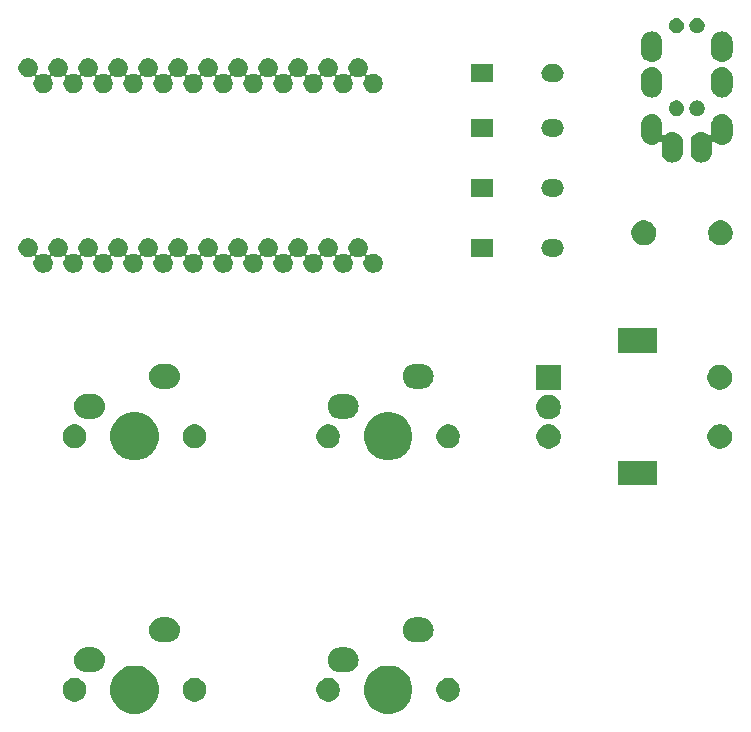
<source format=gbs>
G04 #@! TF.GenerationSoftware,KiCad,Pcbnew,5.1.5+dfsg1-2build2*
G04 #@! TF.CreationDate,2021-09-26T21:55:54+09:00*
G04 #@! TF.ProjectId,kbtest,6b627465-7374-42e6-9b69-6361645f7063,rev?*
G04 #@! TF.SameCoordinates,Original*
G04 #@! TF.FileFunction,Soldermask,Bot*
G04 #@! TF.FilePolarity,Negative*
%FSLAX46Y46*%
G04 Gerber Fmt 4.6, Leading zero omitted, Abs format (unit mm)*
G04 Created by KiCad (PCBNEW 5.1.5+dfsg1-2build2) date 2021-09-26 21:55:54*
%MOMM*%
%LPD*%
G04 APERTURE LIST*
%ADD10C,0.100000*%
G04 APERTURE END LIST*
D10*
G36*
X41868254Y-95137818D02*
G01*
X42241511Y-95292426D01*
X42241513Y-95292427D01*
X42277937Y-95316765D01*
X42577436Y-95516884D01*
X42863116Y-95802564D01*
X43087574Y-96138489D01*
X43242182Y-96511746D01*
X43321000Y-96907993D01*
X43321000Y-97312007D01*
X43242182Y-97708254D01*
X43091293Y-98072532D01*
X43087573Y-98081513D01*
X42863116Y-98417436D01*
X42577436Y-98703116D01*
X42241513Y-98927573D01*
X42241512Y-98927574D01*
X42241511Y-98927574D01*
X41868254Y-99082182D01*
X41472007Y-99161000D01*
X41067993Y-99161000D01*
X40671746Y-99082182D01*
X40298489Y-98927574D01*
X40298488Y-98927574D01*
X40298487Y-98927573D01*
X39962564Y-98703116D01*
X39676884Y-98417436D01*
X39452427Y-98081513D01*
X39448707Y-98072532D01*
X39297818Y-97708254D01*
X39219000Y-97312007D01*
X39219000Y-96907993D01*
X39297818Y-96511746D01*
X39452426Y-96138489D01*
X39676884Y-95802564D01*
X39962564Y-95516884D01*
X40262063Y-95316765D01*
X40298487Y-95292427D01*
X40298489Y-95292426D01*
X40671746Y-95137818D01*
X41067993Y-95059000D01*
X41472007Y-95059000D01*
X41868254Y-95137818D01*
G37*
G36*
X63338254Y-95137818D02*
G01*
X63711511Y-95292426D01*
X63711513Y-95292427D01*
X63747937Y-95316765D01*
X64047436Y-95516884D01*
X64333116Y-95802564D01*
X64557574Y-96138489D01*
X64712182Y-96511746D01*
X64791000Y-96907993D01*
X64791000Y-97312007D01*
X64712182Y-97708254D01*
X64561293Y-98072532D01*
X64557573Y-98081513D01*
X64333116Y-98417436D01*
X64047436Y-98703116D01*
X63711513Y-98927573D01*
X63711512Y-98927574D01*
X63711511Y-98927574D01*
X63338254Y-99082182D01*
X62942007Y-99161000D01*
X62537993Y-99161000D01*
X62141746Y-99082182D01*
X61768489Y-98927574D01*
X61768488Y-98927574D01*
X61768487Y-98927573D01*
X61432564Y-98703116D01*
X61146884Y-98417436D01*
X60922427Y-98081513D01*
X60918707Y-98072532D01*
X60767818Y-97708254D01*
X60689000Y-97312007D01*
X60689000Y-96907993D01*
X60767818Y-96511746D01*
X60922426Y-96138489D01*
X61146884Y-95802564D01*
X61432564Y-95516884D01*
X61732063Y-95316765D01*
X61768487Y-95292427D01*
X61768489Y-95292426D01*
X62141746Y-95137818D01*
X62537993Y-95059000D01*
X62942007Y-95059000D01*
X63338254Y-95137818D01*
G37*
G36*
X57951981Y-96147468D02*
G01*
X58134151Y-96222926D01*
X58298100Y-96332473D01*
X58437527Y-96471900D01*
X58547074Y-96635849D01*
X58622532Y-96818019D01*
X58661000Y-97011410D01*
X58661000Y-97208590D01*
X58622532Y-97401981D01*
X58547074Y-97584151D01*
X58437527Y-97748100D01*
X58298100Y-97887527D01*
X58134151Y-97997074D01*
X57951981Y-98072532D01*
X57758591Y-98111000D01*
X57561409Y-98111000D01*
X57464715Y-98091766D01*
X57368019Y-98072532D01*
X57185849Y-97997074D01*
X57021900Y-97887527D01*
X56882473Y-97748100D01*
X56772926Y-97584151D01*
X56697468Y-97401981D01*
X56659000Y-97208590D01*
X56659000Y-97011410D01*
X56697468Y-96818019D01*
X56772926Y-96635849D01*
X56882473Y-96471900D01*
X57021900Y-96332473D01*
X57185849Y-96222926D01*
X57368019Y-96147468D01*
X57561409Y-96109000D01*
X57758591Y-96109000D01*
X57951981Y-96147468D01*
G37*
G36*
X36481981Y-96147468D02*
G01*
X36664151Y-96222926D01*
X36828100Y-96332473D01*
X36967527Y-96471900D01*
X37077074Y-96635849D01*
X37152532Y-96818019D01*
X37191000Y-97011410D01*
X37191000Y-97208590D01*
X37152532Y-97401981D01*
X37077074Y-97584151D01*
X36967527Y-97748100D01*
X36828100Y-97887527D01*
X36664151Y-97997074D01*
X36481981Y-98072532D01*
X36385285Y-98091766D01*
X36288591Y-98111000D01*
X36091409Y-98111000D01*
X35994715Y-98091766D01*
X35898019Y-98072532D01*
X35715849Y-97997074D01*
X35551900Y-97887527D01*
X35412473Y-97748100D01*
X35302926Y-97584151D01*
X35227468Y-97401981D01*
X35189000Y-97208590D01*
X35189000Y-97011410D01*
X35227468Y-96818019D01*
X35302926Y-96635849D01*
X35412473Y-96471900D01*
X35551900Y-96332473D01*
X35715849Y-96222926D01*
X35898019Y-96147468D01*
X36091409Y-96109000D01*
X36288591Y-96109000D01*
X36481981Y-96147468D01*
G37*
G36*
X46641981Y-96147468D02*
G01*
X46824151Y-96222926D01*
X46988100Y-96332473D01*
X47127527Y-96471900D01*
X47237074Y-96635849D01*
X47312532Y-96818019D01*
X47351000Y-97011410D01*
X47351000Y-97208590D01*
X47312532Y-97401981D01*
X47237074Y-97584151D01*
X47127527Y-97748100D01*
X46988100Y-97887527D01*
X46824151Y-97997074D01*
X46641981Y-98072532D01*
X46448591Y-98111000D01*
X46251409Y-98111000D01*
X46154715Y-98091766D01*
X46058019Y-98072532D01*
X45875849Y-97997074D01*
X45711900Y-97887527D01*
X45572473Y-97748100D01*
X45462926Y-97584151D01*
X45387468Y-97401981D01*
X45349000Y-97208590D01*
X45349000Y-97011410D01*
X45387468Y-96818019D01*
X45462926Y-96635849D01*
X45572473Y-96471900D01*
X45711900Y-96332473D01*
X45875849Y-96222926D01*
X46058019Y-96147468D01*
X46251409Y-96109000D01*
X46448591Y-96109000D01*
X46641981Y-96147468D01*
G37*
G36*
X68111981Y-96147468D02*
G01*
X68294151Y-96222926D01*
X68458100Y-96332473D01*
X68597527Y-96471900D01*
X68707074Y-96635849D01*
X68782532Y-96818019D01*
X68821000Y-97011410D01*
X68821000Y-97208590D01*
X68782532Y-97401981D01*
X68707074Y-97584151D01*
X68597527Y-97748100D01*
X68458100Y-97887527D01*
X68294151Y-97997074D01*
X68111981Y-98072532D01*
X67918591Y-98111000D01*
X67721409Y-98111000D01*
X67624715Y-98091766D01*
X67528019Y-98072532D01*
X67345849Y-97997074D01*
X67181900Y-97887527D01*
X67042473Y-97748100D01*
X66932926Y-97584151D01*
X66857468Y-97401981D01*
X66819000Y-97208590D01*
X66819000Y-97011410D01*
X66857468Y-96818019D01*
X66932926Y-96635849D01*
X67042473Y-96471900D01*
X67181900Y-96332473D01*
X67345849Y-96222926D01*
X67528019Y-96147468D01*
X67721409Y-96109000D01*
X67918591Y-96109000D01*
X68111981Y-96147468D01*
G37*
G36*
X37813097Y-93524069D02*
G01*
X37916032Y-93534207D01*
X38114146Y-93594305D01*
X38114149Y-93594306D01*
X38210975Y-93646061D01*
X38296729Y-93691897D01*
X38456765Y-93823235D01*
X38588103Y-93983271D01*
X38633939Y-94069025D01*
X38685694Y-94165851D01*
X38685695Y-94165854D01*
X38745793Y-94363968D01*
X38766085Y-94570000D01*
X38745793Y-94776032D01*
X38685695Y-94974146D01*
X38685694Y-94974149D01*
X38640340Y-95059000D01*
X38588103Y-95156729D01*
X38456765Y-95316765D01*
X38296729Y-95448103D01*
X38210975Y-95493939D01*
X38114149Y-95545694D01*
X38114146Y-95545695D01*
X37916032Y-95605793D01*
X37813097Y-95615931D01*
X37761631Y-95621000D01*
X37158369Y-95621000D01*
X37106903Y-95615931D01*
X37003968Y-95605793D01*
X36805854Y-95545695D01*
X36805851Y-95545694D01*
X36709025Y-95493939D01*
X36623271Y-95448103D01*
X36463235Y-95316765D01*
X36331897Y-95156729D01*
X36279660Y-95059000D01*
X36234306Y-94974149D01*
X36234305Y-94974146D01*
X36174207Y-94776032D01*
X36153915Y-94570000D01*
X36174207Y-94363968D01*
X36234305Y-94165854D01*
X36234306Y-94165851D01*
X36286061Y-94069025D01*
X36331897Y-93983271D01*
X36463235Y-93823235D01*
X36623271Y-93691897D01*
X36709025Y-93646061D01*
X36805851Y-93594306D01*
X36805854Y-93594305D01*
X37003968Y-93534207D01*
X37106903Y-93524069D01*
X37158369Y-93519000D01*
X37761631Y-93519000D01*
X37813097Y-93524069D01*
G37*
G36*
X59283097Y-93524069D02*
G01*
X59386032Y-93534207D01*
X59584146Y-93594305D01*
X59584149Y-93594306D01*
X59680975Y-93646061D01*
X59766729Y-93691897D01*
X59926765Y-93823235D01*
X60058103Y-93983271D01*
X60103939Y-94069025D01*
X60155694Y-94165851D01*
X60155695Y-94165854D01*
X60215793Y-94363968D01*
X60236085Y-94570000D01*
X60215793Y-94776032D01*
X60155695Y-94974146D01*
X60155694Y-94974149D01*
X60110340Y-95059000D01*
X60058103Y-95156729D01*
X59926765Y-95316765D01*
X59766729Y-95448103D01*
X59680975Y-95493939D01*
X59584149Y-95545694D01*
X59584146Y-95545695D01*
X59386032Y-95605793D01*
X59283097Y-95615931D01*
X59231631Y-95621000D01*
X58628369Y-95621000D01*
X58576903Y-95615931D01*
X58473968Y-95605793D01*
X58275854Y-95545695D01*
X58275851Y-95545694D01*
X58179025Y-95493939D01*
X58093271Y-95448103D01*
X57933235Y-95316765D01*
X57801897Y-95156729D01*
X57749660Y-95059000D01*
X57704306Y-94974149D01*
X57704305Y-94974146D01*
X57644207Y-94776032D01*
X57623915Y-94570000D01*
X57644207Y-94363968D01*
X57704305Y-94165854D01*
X57704306Y-94165851D01*
X57756061Y-94069025D01*
X57801897Y-93983271D01*
X57933235Y-93823235D01*
X58093271Y-93691897D01*
X58179025Y-93646061D01*
X58275851Y-93594306D01*
X58275854Y-93594305D01*
X58473968Y-93534207D01*
X58576903Y-93524069D01*
X58628369Y-93519000D01*
X59231631Y-93519000D01*
X59283097Y-93524069D01*
G37*
G36*
X44163097Y-90984069D02*
G01*
X44266032Y-90994207D01*
X44464146Y-91054305D01*
X44464149Y-91054306D01*
X44560975Y-91106061D01*
X44646729Y-91151897D01*
X44806765Y-91283235D01*
X44938103Y-91443271D01*
X44983939Y-91529025D01*
X45035694Y-91625851D01*
X45035695Y-91625854D01*
X45095793Y-91823968D01*
X45116085Y-92030000D01*
X45095793Y-92236032D01*
X45035695Y-92434146D01*
X45035694Y-92434149D01*
X44983939Y-92530975D01*
X44938103Y-92616729D01*
X44806765Y-92776765D01*
X44646729Y-92908103D01*
X44560975Y-92953939D01*
X44464149Y-93005694D01*
X44464146Y-93005695D01*
X44266032Y-93065793D01*
X44163097Y-93075931D01*
X44111631Y-93081000D01*
X43508369Y-93081000D01*
X43456903Y-93075931D01*
X43353968Y-93065793D01*
X43155854Y-93005695D01*
X43155851Y-93005694D01*
X43059025Y-92953939D01*
X42973271Y-92908103D01*
X42813235Y-92776765D01*
X42681897Y-92616729D01*
X42636061Y-92530975D01*
X42584306Y-92434149D01*
X42584305Y-92434146D01*
X42524207Y-92236032D01*
X42503915Y-92030000D01*
X42524207Y-91823968D01*
X42584305Y-91625854D01*
X42584306Y-91625851D01*
X42636061Y-91529025D01*
X42681897Y-91443271D01*
X42813235Y-91283235D01*
X42973271Y-91151897D01*
X43059025Y-91106061D01*
X43155851Y-91054306D01*
X43155854Y-91054305D01*
X43353968Y-90994207D01*
X43456903Y-90984069D01*
X43508369Y-90979000D01*
X44111631Y-90979000D01*
X44163097Y-90984069D01*
G37*
G36*
X65633097Y-90984069D02*
G01*
X65736032Y-90994207D01*
X65934146Y-91054305D01*
X65934149Y-91054306D01*
X66030975Y-91106061D01*
X66116729Y-91151897D01*
X66276765Y-91283235D01*
X66408103Y-91443271D01*
X66453939Y-91529025D01*
X66505694Y-91625851D01*
X66505695Y-91625854D01*
X66565793Y-91823968D01*
X66586085Y-92030000D01*
X66565793Y-92236032D01*
X66505695Y-92434146D01*
X66505694Y-92434149D01*
X66453939Y-92530975D01*
X66408103Y-92616729D01*
X66276765Y-92776765D01*
X66116729Y-92908103D01*
X66030975Y-92953939D01*
X65934149Y-93005694D01*
X65934146Y-93005695D01*
X65736032Y-93065793D01*
X65633097Y-93075931D01*
X65581631Y-93081000D01*
X64978369Y-93081000D01*
X64926903Y-93075931D01*
X64823968Y-93065793D01*
X64625854Y-93005695D01*
X64625851Y-93005694D01*
X64529025Y-92953939D01*
X64443271Y-92908103D01*
X64283235Y-92776765D01*
X64151897Y-92616729D01*
X64106061Y-92530975D01*
X64054306Y-92434149D01*
X64054305Y-92434146D01*
X63994207Y-92236032D01*
X63973915Y-92030000D01*
X63994207Y-91823968D01*
X64054305Y-91625854D01*
X64054306Y-91625851D01*
X64106061Y-91529025D01*
X64151897Y-91443271D01*
X64283235Y-91283235D01*
X64443271Y-91151897D01*
X64529025Y-91106061D01*
X64625851Y-91054306D01*
X64625854Y-91054305D01*
X64823968Y-90994207D01*
X64926903Y-90984069D01*
X64978369Y-90979000D01*
X65581631Y-90979000D01*
X65633097Y-90984069D01*
G37*
G36*
X85471000Y-79816000D02*
G01*
X82169000Y-79816000D01*
X82169000Y-77714000D01*
X85471000Y-77714000D01*
X85471000Y-79816000D01*
G37*
G36*
X63338254Y-73667818D02*
G01*
X63711511Y-73822426D01*
X63711513Y-73822427D01*
X64047436Y-74046884D01*
X64333116Y-74332564D01*
X64548154Y-74654390D01*
X64557574Y-74668489D01*
X64712182Y-75041746D01*
X64791000Y-75437993D01*
X64791000Y-75842007D01*
X64712182Y-76238254D01*
X64563840Y-76596384D01*
X64557573Y-76611513D01*
X64333116Y-76947436D01*
X64047436Y-77233116D01*
X63711513Y-77457573D01*
X63711512Y-77457574D01*
X63711511Y-77457574D01*
X63338254Y-77612182D01*
X62942007Y-77691000D01*
X62537993Y-77691000D01*
X62141746Y-77612182D01*
X61768489Y-77457574D01*
X61768488Y-77457574D01*
X61768487Y-77457573D01*
X61432564Y-77233116D01*
X61146884Y-76947436D01*
X60922427Y-76611513D01*
X60916160Y-76596384D01*
X60767818Y-76238254D01*
X60689000Y-75842007D01*
X60689000Y-75437993D01*
X60767818Y-75041746D01*
X60922426Y-74668489D01*
X60931847Y-74654390D01*
X61146884Y-74332564D01*
X61432564Y-74046884D01*
X61768487Y-73822427D01*
X61768489Y-73822426D01*
X62141746Y-73667818D01*
X62537993Y-73589000D01*
X62942007Y-73589000D01*
X63338254Y-73667818D01*
G37*
G36*
X41868254Y-73667818D02*
G01*
X42241511Y-73822426D01*
X42241513Y-73822427D01*
X42577436Y-74046884D01*
X42863116Y-74332564D01*
X43078154Y-74654390D01*
X43087574Y-74668489D01*
X43242182Y-75041746D01*
X43321000Y-75437993D01*
X43321000Y-75842007D01*
X43242182Y-76238254D01*
X43093840Y-76596384D01*
X43087573Y-76611513D01*
X42863116Y-76947436D01*
X42577436Y-77233116D01*
X42241513Y-77457573D01*
X42241512Y-77457574D01*
X42241511Y-77457574D01*
X41868254Y-77612182D01*
X41472007Y-77691000D01*
X41067993Y-77691000D01*
X40671746Y-77612182D01*
X40298489Y-77457574D01*
X40298488Y-77457574D01*
X40298487Y-77457573D01*
X39962564Y-77233116D01*
X39676884Y-76947436D01*
X39452427Y-76611513D01*
X39446160Y-76596384D01*
X39297818Y-76238254D01*
X39219000Y-75842007D01*
X39219000Y-75437993D01*
X39297818Y-75041746D01*
X39452426Y-74668489D01*
X39461847Y-74654390D01*
X39676884Y-74332564D01*
X39962564Y-74046884D01*
X40298487Y-73822427D01*
X40298489Y-73822426D01*
X40671746Y-73667818D01*
X41067993Y-73589000D01*
X41472007Y-73589000D01*
X41868254Y-73667818D01*
G37*
G36*
X91126564Y-74654389D02*
G01*
X91317833Y-74733615D01*
X91317835Y-74733616D01*
X91489973Y-74848635D01*
X91636365Y-74995027D01*
X91750505Y-75165849D01*
X91751385Y-75167167D01*
X91830611Y-75358436D01*
X91871000Y-75561484D01*
X91871000Y-75768516D01*
X91830611Y-75971564D01*
X91751385Y-76162833D01*
X91751384Y-76162835D01*
X91636365Y-76334973D01*
X91489973Y-76481365D01*
X91317835Y-76596384D01*
X91317834Y-76596385D01*
X91317833Y-76596385D01*
X91126564Y-76675611D01*
X90923516Y-76716000D01*
X90716484Y-76716000D01*
X90513436Y-76675611D01*
X90322167Y-76596385D01*
X90322166Y-76596385D01*
X90322165Y-76596384D01*
X90150027Y-76481365D01*
X90003635Y-76334973D01*
X89888616Y-76162835D01*
X89888615Y-76162833D01*
X89809389Y-75971564D01*
X89769000Y-75768516D01*
X89769000Y-75561484D01*
X89809389Y-75358436D01*
X89888615Y-75167167D01*
X89889496Y-75165849D01*
X90003635Y-74995027D01*
X90150027Y-74848635D01*
X90322165Y-74733616D01*
X90322167Y-74733615D01*
X90513436Y-74654389D01*
X90716484Y-74614000D01*
X90923516Y-74614000D01*
X91126564Y-74654389D01*
G37*
G36*
X76626564Y-74654389D02*
G01*
X76817833Y-74733615D01*
X76817835Y-74733616D01*
X76989973Y-74848635D01*
X77136365Y-74995027D01*
X77250505Y-75165849D01*
X77251385Y-75167167D01*
X77330611Y-75358436D01*
X77371000Y-75561484D01*
X77371000Y-75768516D01*
X77330611Y-75971564D01*
X77251385Y-76162833D01*
X77251384Y-76162835D01*
X77136365Y-76334973D01*
X76989973Y-76481365D01*
X76817835Y-76596384D01*
X76817834Y-76596385D01*
X76817833Y-76596385D01*
X76626564Y-76675611D01*
X76423516Y-76716000D01*
X76216484Y-76716000D01*
X76013436Y-76675611D01*
X75822167Y-76596385D01*
X75822166Y-76596385D01*
X75822165Y-76596384D01*
X75650027Y-76481365D01*
X75503635Y-76334973D01*
X75388616Y-76162835D01*
X75388615Y-76162833D01*
X75309389Y-75971564D01*
X75269000Y-75768516D01*
X75269000Y-75561484D01*
X75309389Y-75358436D01*
X75388615Y-75167167D01*
X75389496Y-75165849D01*
X75503635Y-74995027D01*
X75650027Y-74848635D01*
X75822165Y-74733616D01*
X75822167Y-74733615D01*
X76013436Y-74654389D01*
X76216484Y-74614000D01*
X76423516Y-74614000D01*
X76626564Y-74654389D01*
G37*
G36*
X36481981Y-74677468D02*
G01*
X36664151Y-74752926D01*
X36828100Y-74862473D01*
X36967527Y-75001900D01*
X37077074Y-75165849D01*
X37152532Y-75348019D01*
X37191000Y-75541410D01*
X37191000Y-75738590D01*
X37152532Y-75931981D01*
X37077074Y-76114151D01*
X36967527Y-76278100D01*
X36828100Y-76417527D01*
X36664151Y-76527074D01*
X36481981Y-76602532D01*
X36385285Y-76621766D01*
X36288591Y-76641000D01*
X36091409Y-76641000D01*
X35994715Y-76621766D01*
X35898019Y-76602532D01*
X35715849Y-76527074D01*
X35551900Y-76417527D01*
X35412473Y-76278100D01*
X35302926Y-76114151D01*
X35227468Y-75931981D01*
X35189000Y-75738590D01*
X35189000Y-75541410D01*
X35227468Y-75348019D01*
X35302926Y-75165849D01*
X35412473Y-75001900D01*
X35551900Y-74862473D01*
X35715849Y-74752926D01*
X35898019Y-74677468D01*
X36091409Y-74639000D01*
X36288591Y-74639000D01*
X36481981Y-74677468D01*
G37*
G36*
X57951981Y-74677468D02*
G01*
X58134151Y-74752926D01*
X58298100Y-74862473D01*
X58437527Y-75001900D01*
X58547074Y-75165849D01*
X58622532Y-75348019D01*
X58661000Y-75541410D01*
X58661000Y-75738590D01*
X58622532Y-75931981D01*
X58547074Y-76114151D01*
X58437527Y-76278100D01*
X58298100Y-76417527D01*
X58134151Y-76527074D01*
X57951981Y-76602532D01*
X57855285Y-76621766D01*
X57758591Y-76641000D01*
X57561409Y-76641000D01*
X57464715Y-76621766D01*
X57368019Y-76602532D01*
X57185849Y-76527074D01*
X57021900Y-76417527D01*
X56882473Y-76278100D01*
X56772926Y-76114151D01*
X56697468Y-75931981D01*
X56659000Y-75738590D01*
X56659000Y-75541410D01*
X56697468Y-75348019D01*
X56772926Y-75165849D01*
X56882473Y-75001900D01*
X57021900Y-74862473D01*
X57185849Y-74752926D01*
X57368019Y-74677468D01*
X57561409Y-74639000D01*
X57758591Y-74639000D01*
X57951981Y-74677468D01*
G37*
G36*
X68111981Y-74677468D02*
G01*
X68294151Y-74752926D01*
X68458100Y-74862473D01*
X68597527Y-75001900D01*
X68707074Y-75165849D01*
X68782532Y-75348019D01*
X68821000Y-75541410D01*
X68821000Y-75738590D01*
X68782532Y-75931981D01*
X68707074Y-76114151D01*
X68597527Y-76278100D01*
X68458100Y-76417527D01*
X68294151Y-76527074D01*
X68111981Y-76602532D01*
X68015285Y-76621766D01*
X67918591Y-76641000D01*
X67721409Y-76641000D01*
X67624715Y-76621766D01*
X67528019Y-76602532D01*
X67345849Y-76527074D01*
X67181900Y-76417527D01*
X67042473Y-76278100D01*
X66932926Y-76114151D01*
X66857468Y-75931981D01*
X66819000Y-75738590D01*
X66819000Y-75541410D01*
X66857468Y-75348019D01*
X66932926Y-75165849D01*
X67042473Y-75001900D01*
X67181900Y-74862473D01*
X67345849Y-74752926D01*
X67528019Y-74677468D01*
X67721409Y-74639000D01*
X67918591Y-74639000D01*
X68111981Y-74677468D01*
G37*
G36*
X46641981Y-74677468D02*
G01*
X46824151Y-74752926D01*
X46988100Y-74862473D01*
X47127527Y-75001900D01*
X47237074Y-75165849D01*
X47312532Y-75348019D01*
X47351000Y-75541410D01*
X47351000Y-75738590D01*
X47312532Y-75931981D01*
X47237074Y-76114151D01*
X47127527Y-76278100D01*
X46988100Y-76417527D01*
X46824151Y-76527074D01*
X46641981Y-76602532D01*
X46545285Y-76621766D01*
X46448591Y-76641000D01*
X46251409Y-76641000D01*
X46154715Y-76621766D01*
X46058019Y-76602532D01*
X45875849Y-76527074D01*
X45711900Y-76417527D01*
X45572473Y-76278100D01*
X45462926Y-76114151D01*
X45387468Y-75931981D01*
X45349000Y-75738590D01*
X45349000Y-75541410D01*
X45387468Y-75348019D01*
X45462926Y-75165849D01*
X45572473Y-75001900D01*
X45711900Y-74862473D01*
X45875849Y-74752926D01*
X46058019Y-74677468D01*
X46251409Y-74639000D01*
X46448591Y-74639000D01*
X46641981Y-74677468D01*
G37*
G36*
X76626564Y-72154389D02*
G01*
X76789543Y-72221897D01*
X76817835Y-72233616D01*
X76989973Y-72348635D01*
X77136365Y-72495027D01*
X77251385Y-72667167D01*
X77330611Y-72858436D01*
X77371000Y-73061484D01*
X77371000Y-73268516D01*
X77330611Y-73471564D01*
X77251385Y-73662833D01*
X77251384Y-73662835D01*
X77136365Y-73834973D01*
X76989973Y-73981365D01*
X76817835Y-74096384D01*
X76817834Y-74096385D01*
X76817833Y-74096385D01*
X76626564Y-74175611D01*
X76423516Y-74216000D01*
X76216484Y-74216000D01*
X76013436Y-74175611D01*
X75822167Y-74096385D01*
X75822166Y-74096385D01*
X75822165Y-74096384D01*
X75650027Y-73981365D01*
X75503635Y-73834973D01*
X75388616Y-73662835D01*
X75388615Y-73662833D01*
X75309389Y-73471564D01*
X75269000Y-73268516D01*
X75269000Y-73061484D01*
X75309389Y-72858436D01*
X75388615Y-72667167D01*
X75503635Y-72495027D01*
X75650027Y-72348635D01*
X75822165Y-72233616D01*
X75850457Y-72221897D01*
X76013436Y-72154389D01*
X76216484Y-72114000D01*
X76423516Y-72114000D01*
X76626564Y-72154389D01*
G37*
G36*
X37813097Y-72054069D02*
G01*
X37916032Y-72064207D01*
X38080175Y-72114000D01*
X38114149Y-72124306D01*
X38210975Y-72176061D01*
X38296729Y-72221897D01*
X38456765Y-72353235D01*
X38588103Y-72513271D01*
X38633939Y-72599025D01*
X38685694Y-72695851D01*
X38685695Y-72695854D01*
X38745793Y-72893968D01*
X38766085Y-73100000D01*
X38745793Y-73306032D01*
X38695579Y-73471564D01*
X38685694Y-73504149D01*
X38640340Y-73589000D01*
X38588103Y-73686729D01*
X38456765Y-73846765D01*
X38296729Y-73978103D01*
X38210975Y-74023939D01*
X38114149Y-74075694D01*
X38114146Y-74075695D01*
X37916032Y-74135793D01*
X37813097Y-74145931D01*
X37761631Y-74151000D01*
X37158369Y-74151000D01*
X37106903Y-74145931D01*
X37003968Y-74135793D01*
X36805854Y-74075695D01*
X36805851Y-74075694D01*
X36709025Y-74023939D01*
X36623271Y-73978103D01*
X36463235Y-73846765D01*
X36331897Y-73686729D01*
X36279660Y-73589000D01*
X36234306Y-73504149D01*
X36224421Y-73471564D01*
X36174207Y-73306032D01*
X36153915Y-73100000D01*
X36174207Y-72893968D01*
X36234305Y-72695854D01*
X36234306Y-72695851D01*
X36286061Y-72599025D01*
X36331897Y-72513271D01*
X36463235Y-72353235D01*
X36623271Y-72221897D01*
X36709025Y-72176061D01*
X36805851Y-72124306D01*
X36839825Y-72114000D01*
X37003968Y-72064207D01*
X37106903Y-72054069D01*
X37158369Y-72049000D01*
X37761631Y-72049000D01*
X37813097Y-72054069D01*
G37*
G36*
X59283097Y-72054069D02*
G01*
X59386032Y-72064207D01*
X59550175Y-72114000D01*
X59584149Y-72124306D01*
X59680975Y-72176061D01*
X59766729Y-72221897D01*
X59926765Y-72353235D01*
X60058103Y-72513271D01*
X60103939Y-72599025D01*
X60155694Y-72695851D01*
X60155695Y-72695854D01*
X60215793Y-72893968D01*
X60236085Y-73100000D01*
X60215793Y-73306032D01*
X60165579Y-73471564D01*
X60155694Y-73504149D01*
X60110340Y-73589000D01*
X60058103Y-73686729D01*
X59926765Y-73846765D01*
X59766729Y-73978103D01*
X59680975Y-74023939D01*
X59584149Y-74075694D01*
X59584146Y-74075695D01*
X59386032Y-74135793D01*
X59283097Y-74145931D01*
X59231631Y-74151000D01*
X58628369Y-74151000D01*
X58576903Y-74145931D01*
X58473968Y-74135793D01*
X58275854Y-74075695D01*
X58275851Y-74075694D01*
X58179025Y-74023939D01*
X58093271Y-73978103D01*
X57933235Y-73846765D01*
X57801897Y-73686729D01*
X57749660Y-73589000D01*
X57704306Y-73504149D01*
X57694421Y-73471564D01*
X57644207Y-73306032D01*
X57623915Y-73100000D01*
X57644207Y-72893968D01*
X57704305Y-72695854D01*
X57704306Y-72695851D01*
X57756061Y-72599025D01*
X57801897Y-72513271D01*
X57933235Y-72353235D01*
X58093271Y-72221897D01*
X58179025Y-72176061D01*
X58275851Y-72124306D01*
X58309825Y-72114000D01*
X58473968Y-72064207D01*
X58576903Y-72054069D01*
X58628369Y-72049000D01*
X59231631Y-72049000D01*
X59283097Y-72054069D01*
G37*
G36*
X77371000Y-71716000D02*
G01*
X75269000Y-71716000D01*
X75269000Y-69614000D01*
X77371000Y-69614000D01*
X77371000Y-71716000D01*
G37*
G36*
X91126564Y-69654389D02*
G01*
X91317833Y-69733615D01*
X91317835Y-69733616D01*
X91436993Y-69813235D01*
X91489973Y-69848635D01*
X91636365Y-69995027D01*
X91751385Y-70167167D01*
X91830611Y-70358436D01*
X91871000Y-70561484D01*
X91871000Y-70768516D01*
X91830611Y-70971564D01*
X91758056Y-71146728D01*
X91751384Y-71162835D01*
X91636365Y-71334973D01*
X91489973Y-71481365D01*
X91317835Y-71596384D01*
X91317834Y-71596385D01*
X91317833Y-71596385D01*
X91126564Y-71675611D01*
X90923516Y-71716000D01*
X90716484Y-71716000D01*
X90513436Y-71675611D01*
X90322167Y-71596385D01*
X90322166Y-71596385D01*
X90322165Y-71596384D01*
X90150027Y-71481365D01*
X90003635Y-71334973D01*
X89888616Y-71162835D01*
X89881944Y-71146728D01*
X89809389Y-70971564D01*
X89769000Y-70768516D01*
X89769000Y-70561484D01*
X89809389Y-70358436D01*
X89888615Y-70167167D01*
X90003635Y-69995027D01*
X90150027Y-69848635D01*
X90203007Y-69813235D01*
X90322165Y-69733616D01*
X90322167Y-69733615D01*
X90513436Y-69654389D01*
X90716484Y-69614000D01*
X90923516Y-69614000D01*
X91126564Y-69654389D01*
G37*
G36*
X44163097Y-69514069D02*
G01*
X44266032Y-69524207D01*
X44464146Y-69584305D01*
X44464149Y-69584306D01*
X44519702Y-69614000D01*
X44646729Y-69681897D01*
X44806765Y-69813235D01*
X44938103Y-69973271D01*
X44983939Y-70059025D01*
X45035694Y-70155851D01*
X45035695Y-70155854D01*
X45095793Y-70353968D01*
X45116085Y-70560000D01*
X45095793Y-70766032D01*
X45095039Y-70768516D01*
X45035694Y-70964149D01*
X44983939Y-71060975D01*
X44938103Y-71146729D01*
X44806765Y-71306765D01*
X44646729Y-71438103D01*
X44565791Y-71481365D01*
X44464149Y-71535694D01*
X44464146Y-71535695D01*
X44266032Y-71595793D01*
X44163097Y-71605931D01*
X44111631Y-71611000D01*
X43508369Y-71611000D01*
X43456903Y-71605931D01*
X43353968Y-71595793D01*
X43155854Y-71535695D01*
X43155851Y-71535694D01*
X43054209Y-71481365D01*
X42973271Y-71438103D01*
X42813235Y-71306765D01*
X42681897Y-71146729D01*
X42636061Y-71060975D01*
X42584306Y-70964149D01*
X42524961Y-70768516D01*
X42524207Y-70766032D01*
X42503915Y-70560000D01*
X42524207Y-70353968D01*
X42584305Y-70155854D01*
X42584306Y-70155851D01*
X42636061Y-70059025D01*
X42681897Y-69973271D01*
X42813235Y-69813235D01*
X42973271Y-69681897D01*
X43100298Y-69614000D01*
X43155851Y-69584306D01*
X43155854Y-69584305D01*
X43353968Y-69524207D01*
X43456903Y-69514069D01*
X43508369Y-69509000D01*
X44111631Y-69509000D01*
X44163097Y-69514069D01*
G37*
G36*
X65633097Y-69514069D02*
G01*
X65736032Y-69524207D01*
X65934146Y-69584305D01*
X65934149Y-69584306D01*
X65989702Y-69614000D01*
X66116729Y-69681897D01*
X66276765Y-69813235D01*
X66408103Y-69973271D01*
X66453939Y-70059025D01*
X66505694Y-70155851D01*
X66505695Y-70155854D01*
X66565793Y-70353968D01*
X66586085Y-70560000D01*
X66565793Y-70766032D01*
X66565039Y-70768516D01*
X66505694Y-70964149D01*
X66453939Y-71060975D01*
X66408103Y-71146729D01*
X66276765Y-71306765D01*
X66116729Y-71438103D01*
X66035791Y-71481365D01*
X65934149Y-71535694D01*
X65934146Y-71535695D01*
X65736032Y-71595793D01*
X65633097Y-71605931D01*
X65581631Y-71611000D01*
X64978369Y-71611000D01*
X64926903Y-71605931D01*
X64823968Y-71595793D01*
X64625854Y-71535695D01*
X64625851Y-71535694D01*
X64524209Y-71481365D01*
X64443271Y-71438103D01*
X64283235Y-71306765D01*
X64151897Y-71146729D01*
X64106061Y-71060975D01*
X64054306Y-70964149D01*
X63994961Y-70768516D01*
X63994207Y-70766032D01*
X63973915Y-70560000D01*
X63994207Y-70353968D01*
X64054305Y-70155854D01*
X64054306Y-70155851D01*
X64106061Y-70059025D01*
X64151897Y-69973271D01*
X64283235Y-69813235D01*
X64443271Y-69681897D01*
X64570298Y-69614000D01*
X64625851Y-69584306D01*
X64625854Y-69584305D01*
X64823968Y-69524207D01*
X64926903Y-69514069D01*
X64978369Y-69509000D01*
X65581631Y-69509000D01*
X65633097Y-69514069D01*
G37*
G36*
X85471000Y-68616000D02*
G01*
X82169000Y-68616000D01*
X82169000Y-66514000D01*
X85471000Y-66514000D01*
X85471000Y-68616000D01*
G37*
G36*
X32495142Y-58908242D02*
G01*
X32643101Y-58969529D01*
X32776255Y-59058499D01*
X32889501Y-59171745D01*
X32978471Y-59304899D01*
X33039758Y-59452858D01*
X33071000Y-59609925D01*
X33071000Y-59770075D01*
X33039758Y-59927142D01*
X32978472Y-60075098D01*
X32952555Y-60113886D01*
X32941004Y-60135497D01*
X32933891Y-60158946D01*
X32931489Y-60183332D01*
X32933891Y-60207718D01*
X32941004Y-60231167D01*
X32952555Y-60252778D01*
X32968101Y-60271720D01*
X32987042Y-60287265D01*
X33008653Y-60298816D01*
X33032102Y-60305929D01*
X33056488Y-60308331D01*
X33080874Y-60305929D01*
X33104323Y-60298816D01*
X33125932Y-60287266D01*
X33142900Y-60275929D01*
X33290858Y-60214642D01*
X33447925Y-60183400D01*
X33608075Y-60183400D01*
X33765142Y-60214642D01*
X33913100Y-60275929D01*
X33930068Y-60287266D01*
X33951678Y-60298817D01*
X33975127Y-60305929D01*
X33999513Y-60308331D01*
X34023900Y-60305929D01*
X34047348Y-60298815D01*
X34068959Y-60287264D01*
X34087901Y-60271719D01*
X34103446Y-60252776D01*
X34114997Y-60231166D01*
X34122109Y-60207717D01*
X34124511Y-60183331D01*
X34122109Y-60158944D01*
X34114995Y-60135496D01*
X34103445Y-60113886D01*
X34077528Y-60075098D01*
X34016242Y-59927142D01*
X33985000Y-59770075D01*
X33985000Y-59609925D01*
X34016242Y-59452858D01*
X34077529Y-59304899D01*
X34166499Y-59171745D01*
X34279745Y-59058499D01*
X34412899Y-58969529D01*
X34560858Y-58908242D01*
X34717925Y-58877000D01*
X34878075Y-58877000D01*
X35035142Y-58908242D01*
X35183101Y-58969529D01*
X35316255Y-59058499D01*
X35429501Y-59171745D01*
X35518471Y-59304899D01*
X35579758Y-59452858D01*
X35611000Y-59609925D01*
X35611000Y-59770075D01*
X35579758Y-59927142D01*
X35518472Y-60075098D01*
X35492555Y-60113886D01*
X35481004Y-60135497D01*
X35473891Y-60158946D01*
X35471489Y-60183332D01*
X35473891Y-60207718D01*
X35481004Y-60231167D01*
X35492555Y-60252778D01*
X35508101Y-60271720D01*
X35527042Y-60287265D01*
X35548653Y-60298816D01*
X35572102Y-60305929D01*
X35596488Y-60308331D01*
X35620874Y-60305929D01*
X35644323Y-60298816D01*
X35665932Y-60287266D01*
X35682900Y-60275929D01*
X35830858Y-60214642D01*
X35987925Y-60183400D01*
X36148075Y-60183400D01*
X36305142Y-60214642D01*
X36453100Y-60275929D01*
X36470068Y-60287266D01*
X36491678Y-60298817D01*
X36515127Y-60305929D01*
X36539513Y-60308331D01*
X36563900Y-60305929D01*
X36587348Y-60298815D01*
X36608959Y-60287264D01*
X36627901Y-60271719D01*
X36643446Y-60252776D01*
X36654997Y-60231166D01*
X36662109Y-60207717D01*
X36664511Y-60183331D01*
X36662109Y-60158944D01*
X36654995Y-60135496D01*
X36643445Y-60113886D01*
X36617528Y-60075098D01*
X36556242Y-59927142D01*
X36525000Y-59770075D01*
X36525000Y-59609925D01*
X36556242Y-59452858D01*
X36617529Y-59304899D01*
X36706499Y-59171745D01*
X36819745Y-59058499D01*
X36952899Y-58969529D01*
X37100858Y-58908242D01*
X37257925Y-58877000D01*
X37418075Y-58877000D01*
X37575142Y-58908242D01*
X37723101Y-58969529D01*
X37856255Y-59058499D01*
X37969501Y-59171745D01*
X38058471Y-59304899D01*
X38119758Y-59452858D01*
X38151000Y-59609925D01*
X38151000Y-59770075D01*
X38119758Y-59927142D01*
X38058472Y-60075098D01*
X38032555Y-60113886D01*
X38021004Y-60135497D01*
X38013891Y-60158946D01*
X38011489Y-60183332D01*
X38013891Y-60207718D01*
X38021004Y-60231167D01*
X38032555Y-60252778D01*
X38048101Y-60271720D01*
X38067042Y-60287265D01*
X38088653Y-60298816D01*
X38112102Y-60305929D01*
X38136488Y-60308331D01*
X38160874Y-60305929D01*
X38184323Y-60298816D01*
X38205932Y-60287266D01*
X38222900Y-60275929D01*
X38370858Y-60214642D01*
X38527925Y-60183400D01*
X38688075Y-60183400D01*
X38845142Y-60214642D01*
X38993100Y-60275929D01*
X39010068Y-60287266D01*
X39031678Y-60298817D01*
X39055127Y-60305929D01*
X39079513Y-60308331D01*
X39103900Y-60305929D01*
X39127348Y-60298815D01*
X39148959Y-60287264D01*
X39167901Y-60271719D01*
X39183446Y-60252776D01*
X39194997Y-60231166D01*
X39202109Y-60207717D01*
X39204511Y-60183331D01*
X39202109Y-60158944D01*
X39194995Y-60135496D01*
X39183445Y-60113886D01*
X39157528Y-60075098D01*
X39096242Y-59927142D01*
X39065000Y-59770075D01*
X39065000Y-59609925D01*
X39096242Y-59452858D01*
X39157529Y-59304899D01*
X39246499Y-59171745D01*
X39359745Y-59058499D01*
X39492899Y-58969529D01*
X39640858Y-58908242D01*
X39797925Y-58877000D01*
X39958075Y-58877000D01*
X40115142Y-58908242D01*
X40263101Y-58969529D01*
X40396255Y-59058499D01*
X40509501Y-59171745D01*
X40598471Y-59304899D01*
X40659758Y-59452858D01*
X40691000Y-59609925D01*
X40691000Y-59770075D01*
X40659758Y-59927142D01*
X40598472Y-60075098D01*
X40572555Y-60113886D01*
X40561004Y-60135497D01*
X40553891Y-60158946D01*
X40551489Y-60183332D01*
X40553891Y-60207718D01*
X40561004Y-60231167D01*
X40572555Y-60252778D01*
X40588101Y-60271720D01*
X40607042Y-60287265D01*
X40628653Y-60298816D01*
X40652102Y-60305929D01*
X40676488Y-60308331D01*
X40700874Y-60305929D01*
X40724323Y-60298816D01*
X40745932Y-60287266D01*
X40762900Y-60275929D01*
X40910858Y-60214642D01*
X41067925Y-60183400D01*
X41228075Y-60183400D01*
X41385142Y-60214642D01*
X41533100Y-60275929D01*
X41550068Y-60287266D01*
X41571678Y-60298817D01*
X41595127Y-60305929D01*
X41619513Y-60308331D01*
X41643900Y-60305929D01*
X41667348Y-60298815D01*
X41688959Y-60287264D01*
X41707901Y-60271719D01*
X41723446Y-60252776D01*
X41734997Y-60231166D01*
X41742109Y-60207717D01*
X41744511Y-60183331D01*
X41742109Y-60158944D01*
X41734995Y-60135496D01*
X41723445Y-60113886D01*
X41697528Y-60075098D01*
X41636242Y-59927142D01*
X41605000Y-59770075D01*
X41605000Y-59609925D01*
X41636242Y-59452858D01*
X41697529Y-59304899D01*
X41786499Y-59171745D01*
X41899745Y-59058499D01*
X42032899Y-58969529D01*
X42180858Y-58908242D01*
X42337925Y-58877000D01*
X42498075Y-58877000D01*
X42655142Y-58908242D01*
X42803101Y-58969529D01*
X42936255Y-59058499D01*
X43049501Y-59171745D01*
X43138471Y-59304899D01*
X43199758Y-59452858D01*
X43231000Y-59609925D01*
X43231000Y-59770075D01*
X43199758Y-59927142D01*
X43138472Y-60075098D01*
X43112555Y-60113886D01*
X43101004Y-60135497D01*
X43093891Y-60158946D01*
X43091489Y-60183332D01*
X43093891Y-60207718D01*
X43101004Y-60231167D01*
X43112555Y-60252778D01*
X43128101Y-60271720D01*
X43147042Y-60287265D01*
X43168653Y-60298816D01*
X43192102Y-60305929D01*
X43216488Y-60308331D01*
X43240874Y-60305929D01*
X43264323Y-60298816D01*
X43285932Y-60287266D01*
X43302900Y-60275929D01*
X43450858Y-60214642D01*
X43607925Y-60183400D01*
X43768075Y-60183400D01*
X43925142Y-60214642D01*
X44073100Y-60275929D01*
X44090068Y-60287266D01*
X44111678Y-60298817D01*
X44135127Y-60305929D01*
X44159513Y-60308331D01*
X44183900Y-60305929D01*
X44207348Y-60298815D01*
X44228959Y-60287264D01*
X44247901Y-60271719D01*
X44263446Y-60252776D01*
X44274997Y-60231166D01*
X44282109Y-60207717D01*
X44284511Y-60183331D01*
X44282109Y-60158944D01*
X44274995Y-60135496D01*
X44263445Y-60113886D01*
X44237528Y-60075098D01*
X44176242Y-59927142D01*
X44145000Y-59770075D01*
X44145000Y-59609925D01*
X44176242Y-59452858D01*
X44237529Y-59304899D01*
X44326499Y-59171745D01*
X44439745Y-59058499D01*
X44572899Y-58969529D01*
X44720858Y-58908242D01*
X44877925Y-58877000D01*
X45038075Y-58877000D01*
X45195142Y-58908242D01*
X45343101Y-58969529D01*
X45476255Y-59058499D01*
X45589501Y-59171745D01*
X45678471Y-59304899D01*
X45739758Y-59452858D01*
X45771000Y-59609925D01*
X45771000Y-59770075D01*
X45739758Y-59927142D01*
X45678472Y-60075098D01*
X45652555Y-60113886D01*
X45641004Y-60135497D01*
X45633891Y-60158946D01*
X45631489Y-60183332D01*
X45633891Y-60207718D01*
X45641004Y-60231167D01*
X45652555Y-60252778D01*
X45668101Y-60271720D01*
X45687042Y-60287265D01*
X45708653Y-60298816D01*
X45732102Y-60305929D01*
X45756488Y-60308331D01*
X45780874Y-60305929D01*
X45804323Y-60298816D01*
X45825932Y-60287266D01*
X45842900Y-60275929D01*
X45990858Y-60214642D01*
X46147925Y-60183400D01*
X46308075Y-60183400D01*
X46465142Y-60214642D01*
X46613100Y-60275929D01*
X46630068Y-60287266D01*
X46651678Y-60298817D01*
X46675127Y-60305929D01*
X46699513Y-60308331D01*
X46723900Y-60305929D01*
X46747348Y-60298815D01*
X46768959Y-60287264D01*
X46787901Y-60271719D01*
X46803446Y-60252776D01*
X46814997Y-60231166D01*
X46822109Y-60207717D01*
X46824511Y-60183331D01*
X46822109Y-60158944D01*
X46814995Y-60135496D01*
X46803445Y-60113886D01*
X46777528Y-60075098D01*
X46716242Y-59927142D01*
X46685000Y-59770075D01*
X46685000Y-59609925D01*
X46716242Y-59452858D01*
X46777529Y-59304899D01*
X46866499Y-59171745D01*
X46979745Y-59058499D01*
X47112899Y-58969529D01*
X47260858Y-58908242D01*
X47417925Y-58877000D01*
X47578075Y-58877000D01*
X47735142Y-58908242D01*
X47883101Y-58969529D01*
X48016255Y-59058499D01*
X48129501Y-59171745D01*
X48218471Y-59304899D01*
X48279758Y-59452858D01*
X48311000Y-59609925D01*
X48311000Y-59770075D01*
X48279758Y-59927142D01*
X48218472Y-60075098D01*
X48192555Y-60113886D01*
X48181004Y-60135497D01*
X48173891Y-60158946D01*
X48171489Y-60183332D01*
X48173891Y-60207718D01*
X48181004Y-60231167D01*
X48192555Y-60252778D01*
X48208101Y-60271720D01*
X48227042Y-60287265D01*
X48248653Y-60298816D01*
X48272102Y-60305929D01*
X48296488Y-60308331D01*
X48320874Y-60305929D01*
X48344323Y-60298816D01*
X48365932Y-60287266D01*
X48382900Y-60275929D01*
X48530858Y-60214642D01*
X48687925Y-60183400D01*
X48848075Y-60183400D01*
X49005142Y-60214642D01*
X49153100Y-60275929D01*
X49170068Y-60287266D01*
X49191678Y-60298817D01*
X49215127Y-60305929D01*
X49239513Y-60308331D01*
X49263900Y-60305929D01*
X49287348Y-60298815D01*
X49308959Y-60287264D01*
X49327901Y-60271719D01*
X49343446Y-60252776D01*
X49354997Y-60231166D01*
X49362109Y-60207717D01*
X49364511Y-60183331D01*
X49362109Y-60158944D01*
X49354995Y-60135496D01*
X49343445Y-60113886D01*
X49317528Y-60075098D01*
X49256242Y-59927142D01*
X49225000Y-59770075D01*
X49225000Y-59609925D01*
X49256242Y-59452858D01*
X49317529Y-59304899D01*
X49406499Y-59171745D01*
X49519745Y-59058499D01*
X49652899Y-58969529D01*
X49800858Y-58908242D01*
X49957925Y-58877000D01*
X50118075Y-58877000D01*
X50275142Y-58908242D01*
X50423101Y-58969529D01*
X50556255Y-59058499D01*
X50669501Y-59171745D01*
X50758471Y-59304899D01*
X50819758Y-59452858D01*
X50851000Y-59609925D01*
X50851000Y-59770075D01*
X50819758Y-59927142D01*
X50758472Y-60075098D01*
X50732555Y-60113886D01*
X50721004Y-60135497D01*
X50713891Y-60158946D01*
X50711489Y-60183332D01*
X50713891Y-60207718D01*
X50721004Y-60231167D01*
X50732555Y-60252778D01*
X50748101Y-60271720D01*
X50767042Y-60287265D01*
X50788653Y-60298816D01*
X50812102Y-60305929D01*
X50836488Y-60308331D01*
X50860874Y-60305929D01*
X50884323Y-60298816D01*
X50905932Y-60287266D01*
X50922900Y-60275929D01*
X51070858Y-60214642D01*
X51227925Y-60183400D01*
X51388075Y-60183400D01*
X51545142Y-60214642D01*
X51693100Y-60275929D01*
X51710068Y-60287266D01*
X51731678Y-60298817D01*
X51755127Y-60305929D01*
X51779513Y-60308331D01*
X51803900Y-60305929D01*
X51827348Y-60298815D01*
X51848959Y-60287264D01*
X51867901Y-60271719D01*
X51883446Y-60252776D01*
X51894997Y-60231166D01*
X51902109Y-60207717D01*
X51904511Y-60183331D01*
X51902109Y-60158944D01*
X51894995Y-60135496D01*
X51883445Y-60113886D01*
X51857528Y-60075098D01*
X51796242Y-59927142D01*
X51765000Y-59770075D01*
X51765000Y-59609925D01*
X51796242Y-59452858D01*
X51857529Y-59304899D01*
X51946499Y-59171745D01*
X52059745Y-59058499D01*
X52192899Y-58969529D01*
X52340858Y-58908242D01*
X52497925Y-58877000D01*
X52658075Y-58877000D01*
X52815142Y-58908242D01*
X52963101Y-58969529D01*
X53096255Y-59058499D01*
X53209501Y-59171745D01*
X53298471Y-59304899D01*
X53359758Y-59452858D01*
X53391000Y-59609925D01*
X53391000Y-59770075D01*
X53359758Y-59927142D01*
X53298472Y-60075098D01*
X53272555Y-60113886D01*
X53261004Y-60135497D01*
X53253891Y-60158946D01*
X53251489Y-60183332D01*
X53253891Y-60207718D01*
X53261004Y-60231167D01*
X53272555Y-60252778D01*
X53288101Y-60271720D01*
X53307042Y-60287265D01*
X53328653Y-60298816D01*
X53352102Y-60305929D01*
X53376488Y-60308331D01*
X53400874Y-60305929D01*
X53424323Y-60298816D01*
X53445932Y-60287266D01*
X53462900Y-60275929D01*
X53610858Y-60214642D01*
X53767925Y-60183400D01*
X53928075Y-60183400D01*
X54085142Y-60214642D01*
X54233100Y-60275929D01*
X54250068Y-60287266D01*
X54271678Y-60298817D01*
X54295127Y-60305929D01*
X54319513Y-60308331D01*
X54343900Y-60305929D01*
X54367348Y-60298815D01*
X54388959Y-60287264D01*
X54407901Y-60271719D01*
X54423446Y-60252776D01*
X54434997Y-60231166D01*
X54442109Y-60207717D01*
X54444511Y-60183331D01*
X54442109Y-60158944D01*
X54434995Y-60135496D01*
X54423445Y-60113886D01*
X54397528Y-60075098D01*
X54336242Y-59927142D01*
X54305000Y-59770075D01*
X54305000Y-59609925D01*
X54336242Y-59452858D01*
X54397529Y-59304899D01*
X54486499Y-59171745D01*
X54599745Y-59058499D01*
X54732899Y-58969529D01*
X54880858Y-58908242D01*
X55037925Y-58877000D01*
X55198075Y-58877000D01*
X55355142Y-58908242D01*
X55503101Y-58969529D01*
X55636255Y-59058499D01*
X55749501Y-59171745D01*
X55838471Y-59304899D01*
X55899758Y-59452858D01*
X55931000Y-59609925D01*
X55931000Y-59770075D01*
X55899758Y-59927142D01*
X55838472Y-60075098D01*
X55812555Y-60113886D01*
X55801004Y-60135497D01*
X55793891Y-60158946D01*
X55791489Y-60183332D01*
X55793891Y-60207718D01*
X55801004Y-60231167D01*
X55812555Y-60252778D01*
X55828101Y-60271720D01*
X55847042Y-60287265D01*
X55868653Y-60298816D01*
X55892102Y-60305929D01*
X55916488Y-60308331D01*
X55940874Y-60305929D01*
X55964323Y-60298816D01*
X55985932Y-60287266D01*
X56002900Y-60275929D01*
X56150858Y-60214642D01*
X56307925Y-60183400D01*
X56468075Y-60183400D01*
X56625142Y-60214642D01*
X56773100Y-60275929D01*
X56790068Y-60287266D01*
X56811678Y-60298817D01*
X56835127Y-60305929D01*
X56859513Y-60308331D01*
X56883900Y-60305929D01*
X56907348Y-60298815D01*
X56928959Y-60287264D01*
X56947901Y-60271719D01*
X56963446Y-60252776D01*
X56974997Y-60231166D01*
X56982109Y-60207717D01*
X56984511Y-60183331D01*
X56982109Y-60158944D01*
X56974995Y-60135496D01*
X56963445Y-60113886D01*
X56937528Y-60075098D01*
X56876242Y-59927142D01*
X56845000Y-59770075D01*
X56845000Y-59609925D01*
X56876242Y-59452858D01*
X56937529Y-59304899D01*
X57026499Y-59171745D01*
X57139745Y-59058499D01*
X57272899Y-58969529D01*
X57420858Y-58908242D01*
X57577925Y-58877000D01*
X57738075Y-58877000D01*
X57895142Y-58908242D01*
X58043101Y-58969529D01*
X58176255Y-59058499D01*
X58289501Y-59171745D01*
X58378471Y-59304899D01*
X58439758Y-59452858D01*
X58471000Y-59609925D01*
X58471000Y-59770075D01*
X58439758Y-59927142D01*
X58378472Y-60075098D01*
X58352555Y-60113886D01*
X58341004Y-60135497D01*
X58333891Y-60158946D01*
X58331489Y-60183332D01*
X58333891Y-60207718D01*
X58341004Y-60231167D01*
X58352555Y-60252778D01*
X58368101Y-60271720D01*
X58387042Y-60287265D01*
X58408653Y-60298816D01*
X58432102Y-60305929D01*
X58456488Y-60308331D01*
X58480874Y-60305929D01*
X58504323Y-60298816D01*
X58525932Y-60287266D01*
X58542900Y-60275929D01*
X58690858Y-60214642D01*
X58847925Y-60183400D01*
X59008075Y-60183400D01*
X59165142Y-60214642D01*
X59313100Y-60275929D01*
X59330068Y-60287266D01*
X59351678Y-60298817D01*
X59375127Y-60305929D01*
X59399513Y-60308331D01*
X59423900Y-60305929D01*
X59447348Y-60298815D01*
X59468959Y-60287264D01*
X59487901Y-60271719D01*
X59503446Y-60252776D01*
X59514997Y-60231166D01*
X59522109Y-60207717D01*
X59524511Y-60183331D01*
X59522109Y-60158944D01*
X59514995Y-60135496D01*
X59503445Y-60113886D01*
X59477528Y-60075098D01*
X59416242Y-59927142D01*
X59385000Y-59770075D01*
X59385000Y-59609925D01*
X59416242Y-59452858D01*
X59477529Y-59304899D01*
X59566499Y-59171745D01*
X59679745Y-59058499D01*
X59812899Y-58969529D01*
X59960858Y-58908242D01*
X60117925Y-58877000D01*
X60278075Y-58877000D01*
X60435142Y-58908242D01*
X60583101Y-58969529D01*
X60716255Y-59058499D01*
X60829501Y-59171745D01*
X60918471Y-59304899D01*
X60979758Y-59452858D01*
X61011000Y-59609925D01*
X61011000Y-59770075D01*
X60979758Y-59927142D01*
X60918472Y-60075098D01*
X60892555Y-60113886D01*
X60881004Y-60135497D01*
X60873891Y-60158946D01*
X60871489Y-60183332D01*
X60873891Y-60207718D01*
X60881004Y-60231167D01*
X60892555Y-60252778D01*
X60908101Y-60271720D01*
X60927042Y-60287265D01*
X60948653Y-60298816D01*
X60972102Y-60305929D01*
X60996488Y-60308331D01*
X61020874Y-60305929D01*
X61044323Y-60298816D01*
X61065932Y-60287266D01*
X61082900Y-60275929D01*
X61230858Y-60214642D01*
X61387925Y-60183400D01*
X61548075Y-60183400D01*
X61705142Y-60214642D01*
X61853101Y-60275929D01*
X61986255Y-60364899D01*
X62099501Y-60478145D01*
X62188471Y-60611299D01*
X62249758Y-60759258D01*
X62281000Y-60916325D01*
X62281000Y-61076475D01*
X62249758Y-61233542D01*
X62188471Y-61381501D01*
X62099501Y-61514655D01*
X61986255Y-61627901D01*
X61853101Y-61716871D01*
X61705142Y-61778158D01*
X61548075Y-61809400D01*
X61387925Y-61809400D01*
X61230858Y-61778158D01*
X61082899Y-61716871D01*
X60949745Y-61627901D01*
X60836499Y-61514655D01*
X60747529Y-61381501D01*
X60686242Y-61233542D01*
X60655000Y-61076475D01*
X60655000Y-60916325D01*
X60686242Y-60759258D01*
X60747528Y-60611302D01*
X60773445Y-60572514D01*
X60784996Y-60550903D01*
X60792109Y-60527454D01*
X60794511Y-60503068D01*
X60792109Y-60478682D01*
X60784996Y-60455233D01*
X60773445Y-60433622D01*
X60757899Y-60414680D01*
X60738958Y-60399135D01*
X60717347Y-60387584D01*
X60693898Y-60380471D01*
X60669512Y-60378069D01*
X60645126Y-60380471D01*
X60621677Y-60387584D01*
X60600068Y-60399134D01*
X60583100Y-60410471D01*
X60435142Y-60471758D01*
X60278075Y-60503000D01*
X60117925Y-60503000D01*
X59960858Y-60471758D01*
X59812900Y-60410471D01*
X59795932Y-60399134D01*
X59774322Y-60387583D01*
X59750873Y-60380471D01*
X59726487Y-60378069D01*
X59702100Y-60380471D01*
X59678652Y-60387585D01*
X59657041Y-60399136D01*
X59638099Y-60414681D01*
X59622554Y-60433624D01*
X59611003Y-60455234D01*
X59603891Y-60478683D01*
X59601489Y-60503069D01*
X59603891Y-60527456D01*
X59611005Y-60550904D01*
X59622555Y-60572514D01*
X59648472Y-60611302D01*
X59709758Y-60759258D01*
X59741000Y-60916325D01*
X59741000Y-61076475D01*
X59709758Y-61233542D01*
X59648471Y-61381501D01*
X59559501Y-61514655D01*
X59446255Y-61627901D01*
X59313101Y-61716871D01*
X59165142Y-61778158D01*
X59008075Y-61809400D01*
X58847925Y-61809400D01*
X58690858Y-61778158D01*
X58542899Y-61716871D01*
X58409745Y-61627901D01*
X58296499Y-61514655D01*
X58207529Y-61381501D01*
X58146242Y-61233542D01*
X58115000Y-61076475D01*
X58115000Y-60916325D01*
X58146242Y-60759258D01*
X58207528Y-60611302D01*
X58233445Y-60572514D01*
X58244996Y-60550903D01*
X58252109Y-60527454D01*
X58254511Y-60503068D01*
X58252109Y-60478682D01*
X58244996Y-60455233D01*
X58233445Y-60433622D01*
X58217899Y-60414680D01*
X58198958Y-60399135D01*
X58177347Y-60387584D01*
X58153898Y-60380471D01*
X58129512Y-60378069D01*
X58105126Y-60380471D01*
X58081677Y-60387584D01*
X58060068Y-60399134D01*
X58043100Y-60410471D01*
X57895142Y-60471758D01*
X57738075Y-60503000D01*
X57577925Y-60503000D01*
X57420858Y-60471758D01*
X57272900Y-60410471D01*
X57255932Y-60399134D01*
X57234322Y-60387583D01*
X57210873Y-60380471D01*
X57186487Y-60378069D01*
X57162100Y-60380471D01*
X57138652Y-60387585D01*
X57117041Y-60399136D01*
X57098099Y-60414681D01*
X57082554Y-60433624D01*
X57071003Y-60455234D01*
X57063891Y-60478683D01*
X57061489Y-60503069D01*
X57063891Y-60527456D01*
X57071005Y-60550904D01*
X57082555Y-60572514D01*
X57108472Y-60611302D01*
X57169758Y-60759258D01*
X57201000Y-60916325D01*
X57201000Y-61076475D01*
X57169758Y-61233542D01*
X57108471Y-61381501D01*
X57019501Y-61514655D01*
X56906255Y-61627901D01*
X56773101Y-61716871D01*
X56625142Y-61778158D01*
X56468075Y-61809400D01*
X56307925Y-61809400D01*
X56150858Y-61778158D01*
X56002899Y-61716871D01*
X55869745Y-61627901D01*
X55756499Y-61514655D01*
X55667529Y-61381501D01*
X55606242Y-61233542D01*
X55575000Y-61076475D01*
X55575000Y-60916325D01*
X55606242Y-60759258D01*
X55667528Y-60611302D01*
X55693445Y-60572514D01*
X55704996Y-60550903D01*
X55712109Y-60527454D01*
X55714511Y-60503068D01*
X55712109Y-60478682D01*
X55704996Y-60455233D01*
X55693445Y-60433622D01*
X55677899Y-60414680D01*
X55658958Y-60399135D01*
X55637347Y-60387584D01*
X55613898Y-60380471D01*
X55589512Y-60378069D01*
X55565126Y-60380471D01*
X55541677Y-60387584D01*
X55520068Y-60399134D01*
X55503100Y-60410471D01*
X55355142Y-60471758D01*
X55198075Y-60503000D01*
X55037925Y-60503000D01*
X54880858Y-60471758D01*
X54732900Y-60410471D01*
X54715932Y-60399134D01*
X54694322Y-60387583D01*
X54670873Y-60380471D01*
X54646487Y-60378069D01*
X54622100Y-60380471D01*
X54598652Y-60387585D01*
X54577041Y-60399136D01*
X54558099Y-60414681D01*
X54542554Y-60433624D01*
X54531003Y-60455234D01*
X54523891Y-60478683D01*
X54521489Y-60503069D01*
X54523891Y-60527456D01*
X54531005Y-60550904D01*
X54542555Y-60572514D01*
X54568472Y-60611302D01*
X54629758Y-60759258D01*
X54661000Y-60916325D01*
X54661000Y-61076475D01*
X54629758Y-61233542D01*
X54568471Y-61381501D01*
X54479501Y-61514655D01*
X54366255Y-61627901D01*
X54233101Y-61716871D01*
X54085142Y-61778158D01*
X53928075Y-61809400D01*
X53767925Y-61809400D01*
X53610858Y-61778158D01*
X53462899Y-61716871D01*
X53329745Y-61627901D01*
X53216499Y-61514655D01*
X53127529Y-61381501D01*
X53066242Y-61233542D01*
X53035000Y-61076475D01*
X53035000Y-60916325D01*
X53066242Y-60759258D01*
X53127528Y-60611302D01*
X53153445Y-60572514D01*
X53164996Y-60550903D01*
X53172109Y-60527454D01*
X53174511Y-60503068D01*
X53172109Y-60478682D01*
X53164996Y-60455233D01*
X53153445Y-60433622D01*
X53137899Y-60414680D01*
X53118958Y-60399135D01*
X53097347Y-60387584D01*
X53073898Y-60380471D01*
X53049512Y-60378069D01*
X53025126Y-60380471D01*
X53001677Y-60387584D01*
X52980068Y-60399134D01*
X52963100Y-60410471D01*
X52815142Y-60471758D01*
X52658075Y-60503000D01*
X52497925Y-60503000D01*
X52340858Y-60471758D01*
X52192900Y-60410471D01*
X52175932Y-60399134D01*
X52154322Y-60387583D01*
X52130873Y-60380471D01*
X52106487Y-60378069D01*
X52082100Y-60380471D01*
X52058652Y-60387585D01*
X52037041Y-60399136D01*
X52018099Y-60414681D01*
X52002554Y-60433624D01*
X51991003Y-60455234D01*
X51983891Y-60478683D01*
X51981489Y-60503069D01*
X51983891Y-60527456D01*
X51991005Y-60550904D01*
X52002555Y-60572514D01*
X52028472Y-60611302D01*
X52089758Y-60759258D01*
X52121000Y-60916325D01*
X52121000Y-61076475D01*
X52089758Y-61233542D01*
X52028471Y-61381501D01*
X51939501Y-61514655D01*
X51826255Y-61627901D01*
X51693101Y-61716871D01*
X51545142Y-61778158D01*
X51388075Y-61809400D01*
X51227925Y-61809400D01*
X51070858Y-61778158D01*
X50922899Y-61716871D01*
X50789745Y-61627901D01*
X50676499Y-61514655D01*
X50587529Y-61381501D01*
X50526242Y-61233542D01*
X50495000Y-61076475D01*
X50495000Y-60916325D01*
X50526242Y-60759258D01*
X50587528Y-60611302D01*
X50613445Y-60572514D01*
X50624996Y-60550903D01*
X50632109Y-60527454D01*
X50634511Y-60503068D01*
X50632109Y-60478682D01*
X50624996Y-60455233D01*
X50613445Y-60433622D01*
X50597899Y-60414680D01*
X50578958Y-60399135D01*
X50557347Y-60387584D01*
X50533898Y-60380471D01*
X50509512Y-60378069D01*
X50485126Y-60380471D01*
X50461677Y-60387584D01*
X50440068Y-60399134D01*
X50423100Y-60410471D01*
X50275142Y-60471758D01*
X50118075Y-60503000D01*
X49957925Y-60503000D01*
X49800858Y-60471758D01*
X49652900Y-60410471D01*
X49635932Y-60399134D01*
X49614322Y-60387583D01*
X49590873Y-60380471D01*
X49566487Y-60378069D01*
X49542100Y-60380471D01*
X49518652Y-60387585D01*
X49497041Y-60399136D01*
X49478099Y-60414681D01*
X49462554Y-60433624D01*
X49451003Y-60455234D01*
X49443891Y-60478683D01*
X49441489Y-60503069D01*
X49443891Y-60527456D01*
X49451005Y-60550904D01*
X49462555Y-60572514D01*
X49488472Y-60611302D01*
X49549758Y-60759258D01*
X49581000Y-60916325D01*
X49581000Y-61076475D01*
X49549758Y-61233542D01*
X49488471Y-61381501D01*
X49399501Y-61514655D01*
X49286255Y-61627901D01*
X49153101Y-61716871D01*
X49005142Y-61778158D01*
X48848075Y-61809400D01*
X48687925Y-61809400D01*
X48530858Y-61778158D01*
X48382899Y-61716871D01*
X48249745Y-61627901D01*
X48136499Y-61514655D01*
X48047529Y-61381501D01*
X47986242Y-61233542D01*
X47955000Y-61076475D01*
X47955000Y-60916325D01*
X47986242Y-60759258D01*
X48047528Y-60611302D01*
X48073445Y-60572514D01*
X48084996Y-60550903D01*
X48092109Y-60527454D01*
X48094511Y-60503068D01*
X48092109Y-60478682D01*
X48084996Y-60455233D01*
X48073445Y-60433622D01*
X48057899Y-60414680D01*
X48038958Y-60399135D01*
X48017347Y-60387584D01*
X47993898Y-60380471D01*
X47969512Y-60378069D01*
X47945126Y-60380471D01*
X47921677Y-60387584D01*
X47900068Y-60399134D01*
X47883100Y-60410471D01*
X47735142Y-60471758D01*
X47578075Y-60503000D01*
X47417925Y-60503000D01*
X47260858Y-60471758D01*
X47112900Y-60410471D01*
X47095932Y-60399134D01*
X47074322Y-60387583D01*
X47050873Y-60380471D01*
X47026487Y-60378069D01*
X47002100Y-60380471D01*
X46978652Y-60387585D01*
X46957041Y-60399136D01*
X46938099Y-60414681D01*
X46922554Y-60433624D01*
X46911003Y-60455234D01*
X46903891Y-60478683D01*
X46901489Y-60503069D01*
X46903891Y-60527456D01*
X46911005Y-60550904D01*
X46922555Y-60572514D01*
X46948472Y-60611302D01*
X47009758Y-60759258D01*
X47041000Y-60916325D01*
X47041000Y-61076475D01*
X47009758Y-61233542D01*
X46948471Y-61381501D01*
X46859501Y-61514655D01*
X46746255Y-61627901D01*
X46613101Y-61716871D01*
X46465142Y-61778158D01*
X46308075Y-61809400D01*
X46147925Y-61809400D01*
X45990858Y-61778158D01*
X45842899Y-61716871D01*
X45709745Y-61627901D01*
X45596499Y-61514655D01*
X45507529Y-61381501D01*
X45446242Y-61233542D01*
X45415000Y-61076475D01*
X45415000Y-60916325D01*
X45446242Y-60759258D01*
X45507528Y-60611302D01*
X45533445Y-60572514D01*
X45544996Y-60550903D01*
X45552109Y-60527454D01*
X45554511Y-60503068D01*
X45552109Y-60478682D01*
X45544996Y-60455233D01*
X45533445Y-60433622D01*
X45517899Y-60414680D01*
X45498958Y-60399135D01*
X45477347Y-60387584D01*
X45453898Y-60380471D01*
X45429512Y-60378069D01*
X45405126Y-60380471D01*
X45381677Y-60387584D01*
X45360068Y-60399134D01*
X45343100Y-60410471D01*
X45195142Y-60471758D01*
X45038075Y-60503000D01*
X44877925Y-60503000D01*
X44720858Y-60471758D01*
X44572900Y-60410471D01*
X44555932Y-60399134D01*
X44534322Y-60387583D01*
X44510873Y-60380471D01*
X44486487Y-60378069D01*
X44462100Y-60380471D01*
X44438652Y-60387585D01*
X44417041Y-60399136D01*
X44398099Y-60414681D01*
X44382554Y-60433624D01*
X44371003Y-60455234D01*
X44363891Y-60478683D01*
X44361489Y-60503069D01*
X44363891Y-60527456D01*
X44371005Y-60550904D01*
X44382555Y-60572514D01*
X44408472Y-60611302D01*
X44469758Y-60759258D01*
X44501000Y-60916325D01*
X44501000Y-61076475D01*
X44469758Y-61233542D01*
X44408471Y-61381501D01*
X44319501Y-61514655D01*
X44206255Y-61627901D01*
X44073101Y-61716871D01*
X43925142Y-61778158D01*
X43768075Y-61809400D01*
X43607925Y-61809400D01*
X43450858Y-61778158D01*
X43302899Y-61716871D01*
X43169745Y-61627901D01*
X43056499Y-61514655D01*
X42967529Y-61381501D01*
X42906242Y-61233542D01*
X42875000Y-61076475D01*
X42875000Y-60916325D01*
X42906242Y-60759258D01*
X42967528Y-60611302D01*
X42993445Y-60572514D01*
X43004996Y-60550903D01*
X43012109Y-60527454D01*
X43014511Y-60503068D01*
X43012109Y-60478682D01*
X43004996Y-60455233D01*
X42993445Y-60433622D01*
X42977899Y-60414680D01*
X42958958Y-60399135D01*
X42937347Y-60387584D01*
X42913898Y-60380471D01*
X42889512Y-60378069D01*
X42865126Y-60380471D01*
X42841677Y-60387584D01*
X42820068Y-60399134D01*
X42803100Y-60410471D01*
X42655142Y-60471758D01*
X42498075Y-60503000D01*
X42337925Y-60503000D01*
X42180858Y-60471758D01*
X42032900Y-60410471D01*
X42015932Y-60399134D01*
X41994322Y-60387583D01*
X41970873Y-60380471D01*
X41946487Y-60378069D01*
X41922100Y-60380471D01*
X41898652Y-60387585D01*
X41877041Y-60399136D01*
X41858099Y-60414681D01*
X41842554Y-60433624D01*
X41831003Y-60455234D01*
X41823891Y-60478683D01*
X41821489Y-60503069D01*
X41823891Y-60527456D01*
X41831005Y-60550904D01*
X41842555Y-60572514D01*
X41868472Y-60611302D01*
X41929758Y-60759258D01*
X41961000Y-60916325D01*
X41961000Y-61076475D01*
X41929758Y-61233542D01*
X41868471Y-61381501D01*
X41779501Y-61514655D01*
X41666255Y-61627901D01*
X41533101Y-61716871D01*
X41385142Y-61778158D01*
X41228075Y-61809400D01*
X41067925Y-61809400D01*
X40910858Y-61778158D01*
X40762899Y-61716871D01*
X40629745Y-61627901D01*
X40516499Y-61514655D01*
X40427529Y-61381501D01*
X40366242Y-61233542D01*
X40335000Y-61076475D01*
X40335000Y-60916325D01*
X40366242Y-60759258D01*
X40427528Y-60611302D01*
X40453445Y-60572514D01*
X40464996Y-60550903D01*
X40472109Y-60527454D01*
X40474511Y-60503068D01*
X40472109Y-60478682D01*
X40464996Y-60455233D01*
X40453445Y-60433622D01*
X40437899Y-60414680D01*
X40418958Y-60399135D01*
X40397347Y-60387584D01*
X40373898Y-60380471D01*
X40349512Y-60378069D01*
X40325126Y-60380471D01*
X40301677Y-60387584D01*
X40280068Y-60399134D01*
X40263100Y-60410471D01*
X40115142Y-60471758D01*
X39958075Y-60503000D01*
X39797925Y-60503000D01*
X39640858Y-60471758D01*
X39492900Y-60410471D01*
X39475932Y-60399134D01*
X39454322Y-60387583D01*
X39430873Y-60380471D01*
X39406487Y-60378069D01*
X39382100Y-60380471D01*
X39358652Y-60387585D01*
X39337041Y-60399136D01*
X39318099Y-60414681D01*
X39302554Y-60433624D01*
X39291003Y-60455234D01*
X39283891Y-60478683D01*
X39281489Y-60503069D01*
X39283891Y-60527456D01*
X39291005Y-60550904D01*
X39302555Y-60572514D01*
X39328472Y-60611302D01*
X39389758Y-60759258D01*
X39421000Y-60916325D01*
X39421000Y-61076475D01*
X39389758Y-61233542D01*
X39328471Y-61381501D01*
X39239501Y-61514655D01*
X39126255Y-61627901D01*
X38993101Y-61716871D01*
X38845142Y-61778158D01*
X38688075Y-61809400D01*
X38527925Y-61809400D01*
X38370858Y-61778158D01*
X38222899Y-61716871D01*
X38089745Y-61627901D01*
X37976499Y-61514655D01*
X37887529Y-61381501D01*
X37826242Y-61233542D01*
X37795000Y-61076475D01*
X37795000Y-60916325D01*
X37826242Y-60759258D01*
X37887528Y-60611302D01*
X37913445Y-60572514D01*
X37924996Y-60550903D01*
X37932109Y-60527454D01*
X37934511Y-60503068D01*
X37932109Y-60478682D01*
X37924996Y-60455233D01*
X37913445Y-60433622D01*
X37897899Y-60414680D01*
X37878958Y-60399135D01*
X37857347Y-60387584D01*
X37833898Y-60380471D01*
X37809512Y-60378069D01*
X37785126Y-60380471D01*
X37761677Y-60387584D01*
X37740068Y-60399134D01*
X37723100Y-60410471D01*
X37575142Y-60471758D01*
X37418075Y-60503000D01*
X37257925Y-60503000D01*
X37100858Y-60471758D01*
X36952900Y-60410471D01*
X36935932Y-60399134D01*
X36914322Y-60387583D01*
X36890873Y-60380471D01*
X36866487Y-60378069D01*
X36842100Y-60380471D01*
X36818652Y-60387585D01*
X36797041Y-60399136D01*
X36778099Y-60414681D01*
X36762554Y-60433624D01*
X36751003Y-60455234D01*
X36743891Y-60478683D01*
X36741489Y-60503069D01*
X36743891Y-60527456D01*
X36751005Y-60550904D01*
X36762555Y-60572514D01*
X36788472Y-60611302D01*
X36849758Y-60759258D01*
X36881000Y-60916325D01*
X36881000Y-61076475D01*
X36849758Y-61233542D01*
X36788471Y-61381501D01*
X36699501Y-61514655D01*
X36586255Y-61627901D01*
X36453101Y-61716871D01*
X36305142Y-61778158D01*
X36148075Y-61809400D01*
X35987925Y-61809400D01*
X35830858Y-61778158D01*
X35682899Y-61716871D01*
X35549745Y-61627901D01*
X35436499Y-61514655D01*
X35347529Y-61381501D01*
X35286242Y-61233542D01*
X35255000Y-61076475D01*
X35255000Y-60916325D01*
X35286242Y-60759258D01*
X35347528Y-60611302D01*
X35373445Y-60572514D01*
X35384996Y-60550903D01*
X35392109Y-60527454D01*
X35394511Y-60503068D01*
X35392109Y-60478682D01*
X35384996Y-60455233D01*
X35373445Y-60433622D01*
X35357899Y-60414680D01*
X35338958Y-60399135D01*
X35317347Y-60387584D01*
X35293898Y-60380471D01*
X35269512Y-60378069D01*
X35245126Y-60380471D01*
X35221677Y-60387584D01*
X35200068Y-60399134D01*
X35183100Y-60410471D01*
X35035142Y-60471758D01*
X34878075Y-60503000D01*
X34717925Y-60503000D01*
X34560858Y-60471758D01*
X34412900Y-60410471D01*
X34395932Y-60399134D01*
X34374322Y-60387583D01*
X34350873Y-60380471D01*
X34326487Y-60378069D01*
X34302100Y-60380471D01*
X34278652Y-60387585D01*
X34257041Y-60399136D01*
X34238099Y-60414681D01*
X34222554Y-60433624D01*
X34211003Y-60455234D01*
X34203891Y-60478683D01*
X34201489Y-60503069D01*
X34203891Y-60527456D01*
X34211005Y-60550904D01*
X34222555Y-60572514D01*
X34248472Y-60611302D01*
X34309758Y-60759258D01*
X34341000Y-60916325D01*
X34341000Y-61076475D01*
X34309758Y-61233542D01*
X34248471Y-61381501D01*
X34159501Y-61514655D01*
X34046255Y-61627901D01*
X33913101Y-61716871D01*
X33765142Y-61778158D01*
X33608075Y-61809400D01*
X33447925Y-61809400D01*
X33290858Y-61778158D01*
X33142899Y-61716871D01*
X33009745Y-61627901D01*
X32896499Y-61514655D01*
X32807529Y-61381501D01*
X32746242Y-61233542D01*
X32715000Y-61076475D01*
X32715000Y-60916325D01*
X32746242Y-60759258D01*
X32807528Y-60611302D01*
X32833445Y-60572514D01*
X32844996Y-60550903D01*
X32852109Y-60527454D01*
X32854511Y-60503068D01*
X32852109Y-60478682D01*
X32844996Y-60455233D01*
X32833445Y-60433622D01*
X32817899Y-60414680D01*
X32798958Y-60399135D01*
X32777347Y-60387584D01*
X32753898Y-60380471D01*
X32729512Y-60378069D01*
X32705126Y-60380471D01*
X32681677Y-60387584D01*
X32660068Y-60399134D01*
X32643100Y-60410471D01*
X32495142Y-60471758D01*
X32338075Y-60503000D01*
X32177925Y-60503000D01*
X32020858Y-60471758D01*
X31872899Y-60410471D01*
X31739745Y-60321501D01*
X31626499Y-60208255D01*
X31537529Y-60075101D01*
X31476242Y-59927142D01*
X31445000Y-59770075D01*
X31445000Y-59609925D01*
X31476242Y-59452858D01*
X31537529Y-59304899D01*
X31626499Y-59171745D01*
X31739745Y-59058499D01*
X31872899Y-58969529D01*
X32020858Y-58908242D01*
X32177925Y-58877000D01*
X32338075Y-58877000D01*
X32495142Y-58908242D01*
G37*
G36*
X76924020Y-58944115D02*
G01*
X76997428Y-58951345D01*
X77138709Y-58994202D01*
X77138711Y-58994203D01*
X77268913Y-59063798D01*
X77383041Y-59157459D01*
X77476702Y-59271587D01*
X77494508Y-59304900D01*
X77546298Y-59401791D01*
X77589155Y-59543072D01*
X77603626Y-59690000D01*
X77589155Y-59836928D01*
X77546298Y-59978209D01*
X77546297Y-59978211D01*
X77476702Y-60108413D01*
X77383041Y-60222541D01*
X77268913Y-60316202D01*
X77258999Y-60321501D01*
X77138709Y-60385798D01*
X76997428Y-60428655D01*
X76946976Y-60433624D01*
X76887317Y-60439500D01*
X76432683Y-60439500D01*
X76373024Y-60433624D01*
X76322572Y-60428655D01*
X76181291Y-60385798D01*
X76061001Y-60321501D01*
X76051087Y-60316202D01*
X75936959Y-60222541D01*
X75843298Y-60108413D01*
X75773703Y-59978211D01*
X75773702Y-59978209D01*
X75730845Y-59836928D01*
X75716374Y-59690000D01*
X75730845Y-59543072D01*
X75773702Y-59401791D01*
X75825492Y-59304900D01*
X75843298Y-59271587D01*
X75936959Y-59157459D01*
X76051087Y-59063798D01*
X76181289Y-58994203D01*
X76181291Y-58994202D01*
X76322572Y-58951345D01*
X76395980Y-58944115D01*
X76432683Y-58940500D01*
X76887317Y-58940500D01*
X76924020Y-58944115D01*
G37*
G36*
X71600000Y-60439500D02*
G01*
X69720000Y-60439500D01*
X69720000Y-58940500D01*
X71600000Y-58940500D01*
X71600000Y-60439500D01*
G37*
G36*
X84686564Y-57409389D02*
G01*
X84877833Y-57488615D01*
X84877835Y-57488616D01*
X85049973Y-57603635D01*
X85196365Y-57750027D01*
X85311385Y-57922167D01*
X85390611Y-58113436D01*
X85431000Y-58316484D01*
X85431000Y-58523516D01*
X85390611Y-58726564D01*
X85315358Y-58908242D01*
X85311384Y-58917835D01*
X85196365Y-59089973D01*
X85049973Y-59236365D01*
X84877835Y-59351384D01*
X84877834Y-59351385D01*
X84877833Y-59351385D01*
X84686564Y-59430611D01*
X84483516Y-59471000D01*
X84276484Y-59471000D01*
X84073436Y-59430611D01*
X83882167Y-59351385D01*
X83882166Y-59351385D01*
X83882165Y-59351384D01*
X83710027Y-59236365D01*
X83563635Y-59089973D01*
X83448616Y-58917835D01*
X83444642Y-58908242D01*
X83369389Y-58726564D01*
X83329000Y-58523516D01*
X83329000Y-58316484D01*
X83369389Y-58113436D01*
X83448615Y-57922167D01*
X83563635Y-57750027D01*
X83710027Y-57603635D01*
X83882165Y-57488616D01*
X83882167Y-57488615D01*
X84073436Y-57409389D01*
X84276484Y-57369000D01*
X84483516Y-57369000D01*
X84686564Y-57409389D01*
G37*
G36*
X91186564Y-57409389D02*
G01*
X91377833Y-57488615D01*
X91377835Y-57488616D01*
X91549973Y-57603635D01*
X91696365Y-57750027D01*
X91811385Y-57922167D01*
X91890611Y-58113436D01*
X91931000Y-58316484D01*
X91931000Y-58523516D01*
X91890611Y-58726564D01*
X91815358Y-58908242D01*
X91811384Y-58917835D01*
X91696365Y-59089973D01*
X91549973Y-59236365D01*
X91377835Y-59351384D01*
X91377834Y-59351385D01*
X91377833Y-59351385D01*
X91186564Y-59430611D01*
X90983516Y-59471000D01*
X90776484Y-59471000D01*
X90573436Y-59430611D01*
X90382167Y-59351385D01*
X90382166Y-59351385D01*
X90382165Y-59351384D01*
X90210027Y-59236365D01*
X90063635Y-59089973D01*
X89948616Y-58917835D01*
X89944642Y-58908242D01*
X89869389Y-58726564D01*
X89829000Y-58523516D01*
X89829000Y-58316484D01*
X89869389Y-58113436D01*
X89948615Y-57922167D01*
X90063635Y-57750027D01*
X90210027Y-57603635D01*
X90382165Y-57488616D01*
X90382167Y-57488615D01*
X90573436Y-57409389D01*
X90776484Y-57369000D01*
X90983516Y-57369000D01*
X91186564Y-57409389D01*
G37*
G36*
X76924020Y-53864115D02*
G01*
X76997428Y-53871345D01*
X77138709Y-53914202D01*
X77138711Y-53914203D01*
X77268913Y-53983798D01*
X77268915Y-53983799D01*
X77268914Y-53983799D01*
X77383041Y-54077459D01*
X77476701Y-54191586D01*
X77546298Y-54321791D01*
X77589155Y-54463072D01*
X77603626Y-54610000D01*
X77589155Y-54756928D01*
X77546298Y-54898209D01*
X77546297Y-54898211D01*
X77476702Y-55028413D01*
X77383041Y-55142541D01*
X77268913Y-55236202D01*
X77138711Y-55305797D01*
X77138709Y-55305798D01*
X76997428Y-55348655D01*
X76924020Y-55355885D01*
X76887317Y-55359500D01*
X76432683Y-55359500D01*
X76395980Y-55355885D01*
X76322572Y-55348655D01*
X76181291Y-55305798D01*
X76181289Y-55305797D01*
X76051087Y-55236202D01*
X75936959Y-55142541D01*
X75843298Y-55028413D01*
X75773703Y-54898211D01*
X75773702Y-54898209D01*
X75730845Y-54756928D01*
X75716374Y-54610000D01*
X75730845Y-54463072D01*
X75773702Y-54321791D01*
X75843299Y-54191586D01*
X75936959Y-54077459D01*
X76051086Y-53983799D01*
X76051085Y-53983799D01*
X76051087Y-53983798D01*
X76181289Y-53914203D01*
X76181291Y-53914202D01*
X76322572Y-53871345D01*
X76395980Y-53864115D01*
X76432683Y-53860500D01*
X76887317Y-53860500D01*
X76924020Y-53864115D01*
G37*
G36*
X71600000Y-55359500D02*
G01*
X69720000Y-55359500D01*
X69720000Y-53860500D01*
X71600000Y-53860500D01*
X71600000Y-55359500D01*
G37*
G36*
X85226626Y-48382037D02*
G01*
X85396465Y-48433557D01*
X85396467Y-48433558D01*
X85552989Y-48517221D01*
X85690186Y-48629814D01*
X85773448Y-48731271D01*
X85802778Y-48767009D01*
X85886443Y-48923534D01*
X85937963Y-49093373D01*
X85937963Y-49093375D01*
X85951000Y-49225740D01*
X85951000Y-50036896D01*
X85953402Y-50061282D01*
X85960515Y-50084731D01*
X85972066Y-50106342D01*
X85987611Y-50125284D01*
X86006553Y-50140829D01*
X86028164Y-50152380D01*
X86051613Y-50159493D01*
X86075999Y-50161895D01*
X86100385Y-50159493D01*
X86123834Y-50152380D01*
X86155297Y-50133522D01*
X86243322Y-50061282D01*
X86297009Y-50017222D01*
X86453534Y-49933557D01*
X86623373Y-49882037D01*
X86800000Y-49864641D01*
X86976626Y-49882037D01*
X87146465Y-49933557D01*
X87146467Y-49933558D01*
X87302989Y-50017221D01*
X87440186Y-50129814D01*
X87518956Y-50225797D01*
X87552778Y-50267009D01*
X87636443Y-50423534D01*
X87687963Y-50593373D01*
X87687963Y-50593375D01*
X87700810Y-50723806D01*
X87701000Y-50725742D01*
X87701000Y-51614258D01*
X87687963Y-51746627D01*
X87636443Y-51916466D01*
X87552778Y-52072991D01*
X87523448Y-52108729D01*
X87440186Y-52210186D01*
X87338729Y-52293448D01*
X87302991Y-52322778D01*
X87146466Y-52406443D01*
X86976627Y-52457963D01*
X86800000Y-52475359D01*
X86623374Y-52457963D01*
X86453535Y-52406443D01*
X86297010Y-52322778D01*
X86261272Y-52293448D01*
X86159815Y-52210186D01*
X86076553Y-52108729D01*
X86047223Y-52072991D01*
X85963558Y-51916466D01*
X85912038Y-51746627D01*
X85899000Y-51614258D01*
X85899000Y-50803104D01*
X85896598Y-50778718D01*
X85889485Y-50755269D01*
X85877934Y-50733658D01*
X85862389Y-50714716D01*
X85843447Y-50699171D01*
X85821836Y-50687620D01*
X85798387Y-50680507D01*
X85774001Y-50678105D01*
X85749615Y-50680507D01*
X85726166Y-50687620D01*
X85694703Y-50706478D01*
X85621177Y-50766819D01*
X85552991Y-50822778D01*
X85396466Y-50906443D01*
X85226627Y-50957963D01*
X85050000Y-50975359D01*
X84873374Y-50957963D01*
X84703535Y-50906443D01*
X84547010Y-50822778D01*
X84478824Y-50766819D01*
X84409815Y-50710186D01*
X84313950Y-50593373D01*
X84297223Y-50572991D01*
X84213558Y-50416466D01*
X84162038Y-50246627D01*
X84149000Y-50114258D01*
X84149000Y-49225743D01*
X84162037Y-49093374D01*
X84213557Y-48923535D01*
X84261307Y-48834202D01*
X84297221Y-48767011D01*
X84409814Y-48629814D01*
X84542406Y-48521000D01*
X84547009Y-48517222D01*
X84703534Y-48433557D01*
X84873373Y-48382037D01*
X85050000Y-48364641D01*
X85226626Y-48382037D01*
G37*
G36*
X91176626Y-48382037D02*
G01*
X91346465Y-48433557D01*
X91346467Y-48433558D01*
X91502989Y-48517221D01*
X91640186Y-48629814D01*
X91723448Y-48731271D01*
X91752778Y-48767009D01*
X91836443Y-48923534D01*
X91887963Y-49093373D01*
X91901000Y-49225742D01*
X91901000Y-50114258D01*
X91887963Y-50246627D01*
X91836443Y-50416466D01*
X91752778Y-50572991D01*
X91736051Y-50593373D01*
X91640186Y-50710186D01*
X91571177Y-50766819D01*
X91502991Y-50822778D01*
X91346466Y-50906443D01*
X91176627Y-50957963D01*
X91000000Y-50975359D01*
X90823374Y-50957963D01*
X90653535Y-50906443D01*
X90497010Y-50822778D01*
X90428824Y-50766819D01*
X90355297Y-50706478D01*
X90334923Y-50692864D01*
X90312284Y-50683487D01*
X90288250Y-50678707D01*
X90263746Y-50678707D01*
X90239713Y-50683488D01*
X90217074Y-50692865D01*
X90196700Y-50706479D01*
X90179373Y-50723806D01*
X90165759Y-50744180D01*
X90156382Y-50766819D01*
X90151000Y-50803104D01*
X90151000Y-51614258D01*
X90137963Y-51746627D01*
X90086443Y-51916466D01*
X90002778Y-52072991D01*
X89973448Y-52108729D01*
X89890186Y-52210186D01*
X89788729Y-52293448D01*
X89752991Y-52322778D01*
X89596466Y-52406443D01*
X89426627Y-52457963D01*
X89250000Y-52475359D01*
X89073374Y-52457963D01*
X88903535Y-52406443D01*
X88747010Y-52322778D01*
X88711272Y-52293448D01*
X88609815Y-52210186D01*
X88526553Y-52108729D01*
X88497223Y-52072991D01*
X88413558Y-51916466D01*
X88362038Y-51746627D01*
X88349000Y-51614258D01*
X88349000Y-50725743D01*
X88362037Y-50593374D01*
X88413557Y-50423535D01*
X88417335Y-50416466D01*
X88497221Y-50267011D01*
X88609814Y-50129814D01*
X88711271Y-50046552D01*
X88747009Y-50017222D01*
X88903534Y-49933557D01*
X89073373Y-49882037D01*
X89250000Y-49864641D01*
X89426626Y-49882037D01*
X89596465Y-49933557D01*
X89596467Y-49933558D01*
X89752989Y-50017221D01*
X89894703Y-50133522D01*
X89915077Y-50147135D01*
X89937716Y-50156513D01*
X89961749Y-50161293D01*
X89986253Y-50161293D01*
X90010286Y-50156513D01*
X90032925Y-50147135D01*
X90053300Y-50133521D01*
X90070627Y-50116194D01*
X90084240Y-50095820D01*
X90093618Y-50073181D01*
X90099000Y-50036896D01*
X90099000Y-49225741D01*
X90112037Y-49093376D01*
X90112037Y-49093374D01*
X90163557Y-48923535D01*
X90211307Y-48834202D01*
X90247221Y-48767011D01*
X90359814Y-48629814D01*
X90492406Y-48521000D01*
X90497009Y-48517222D01*
X90653534Y-48433557D01*
X90823373Y-48382037D01*
X91000000Y-48364641D01*
X91176626Y-48382037D01*
G37*
G36*
X71600000Y-50279500D02*
G01*
X69720000Y-50279500D01*
X69720000Y-48780500D01*
X71600000Y-48780500D01*
X71600000Y-50279500D01*
G37*
G36*
X76924020Y-48784115D02*
G01*
X76997428Y-48791345D01*
X77138709Y-48834202D01*
X77138711Y-48834203D01*
X77268913Y-48903798D01*
X77383041Y-48997459D01*
X77476702Y-49111587D01*
X77537719Y-49225741D01*
X77546298Y-49241791D01*
X77589155Y-49383072D01*
X77603626Y-49530000D01*
X77589155Y-49676928D01*
X77546298Y-49818209D01*
X77546297Y-49818211D01*
X77476702Y-49948413D01*
X77383041Y-50062541D01*
X77268913Y-50156202D01*
X77138711Y-50225797D01*
X77138709Y-50225798D01*
X76997428Y-50268655D01*
X76924020Y-50275885D01*
X76887317Y-50279500D01*
X76432683Y-50279500D01*
X76395980Y-50275885D01*
X76322572Y-50268655D01*
X76181291Y-50225798D01*
X76181289Y-50225797D01*
X76051087Y-50156202D01*
X75936959Y-50062541D01*
X75843298Y-49948413D01*
X75773703Y-49818211D01*
X75773702Y-49818209D01*
X75730845Y-49676928D01*
X75716374Y-49530000D01*
X75730845Y-49383072D01*
X75773702Y-49241791D01*
X75782281Y-49225741D01*
X75843298Y-49111587D01*
X75936959Y-48997459D01*
X76051087Y-48903798D01*
X76181289Y-48834203D01*
X76181291Y-48834202D01*
X76322572Y-48791345D01*
X76395980Y-48784115D01*
X76432683Y-48780500D01*
X76887317Y-48780500D01*
X76924020Y-48784115D01*
G37*
G36*
X87339890Y-47244017D02*
G01*
X87458364Y-47293091D01*
X87564988Y-47364335D01*
X87655665Y-47455012D01*
X87726909Y-47561636D01*
X87775983Y-47680110D01*
X87801000Y-47805882D01*
X87801000Y-47934118D01*
X87775983Y-48059890D01*
X87726909Y-48178364D01*
X87655665Y-48284988D01*
X87564988Y-48375665D01*
X87458364Y-48446909D01*
X87458363Y-48446910D01*
X87458362Y-48446910D01*
X87339890Y-48495983D01*
X87214119Y-48521000D01*
X87085881Y-48521000D01*
X86960110Y-48495983D01*
X86841638Y-48446910D01*
X86841637Y-48446910D01*
X86841636Y-48446909D01*
X86735012Y-48375665D01*
X86644335Y-48284988D01*
X86573091Y-48178364D01*
X86524017Y-48059890D01*
X86499000Y-47934118D01*
X86499000Y-47805882D01*
X86524017Y-47680110D01*
X86573091Y-47561636D01*
X86644335Y-47455012D01*
X86735012Y-47364335D01*
X86841636Y-47293091D01*
X86960110Y-47244017D01*
X87085881Y-47219000D01*
X87214119Y-47219000D01*
X87339890Y-47244017D01*
G37*
G36*
X89089890Y-47244017D02*
G01*
X89208364Y-47293091D01*
X89314988Y-47364335D01*
X89405665Y-47455012D01*
X89476909Y-47561636D01*
X89525983Y-47680110D01*
X89551000Y-47805882D01*
X89551000Y-47934118D01*
X89525983Y-48059890D01*
X89476909Y-48178364D01*
X89405665Y-48284988D01*
X89314988Y-48375665D01*
X89208364Y-48446909D01*
X89208363Y-48446910D01*
X89208362Y-48446910D01*
X89089890Y-48495983D01*
X88964119Y-48521000D01*
X88835881Y-48521000D01*
X88710110Y-48495983D01*
X88591638Y-48446910D01*
X88591637Y-48446910D01*
X88591636Y-48446909D01*
X88485012Y-48375665D01*
X88394335Y-48284988D01*
X88323091Y-48178364D01*
X88274017Y-48059890D01*
X88249000Y-47934118D01*
X88249000Y-47805882D01*
X88274017Y-47680110D01*
X88323091Y-47561636D01*
X88394335Y-47455012D01*
X88485012Y-47364335D01*
X88591636Y-47293091D01*
X88710110Y-47244017D01*
X88835881Y-47219000D01*
X88964119Y-47219000D01*
X89089890Y-47244017D01*
G37*
G36*
X91176626Y-44382037D02*
G01*
X91346465Y-44433557D01*
X91346467Y-44433558D01*
X91502989Y-44517221D01*
X91640186Y-44629814D01*
X91723448Y-44731271D01*
X91752778Y-44767009D01*
X91836443Y-44923534D01*
X91887963Y-45093373D01*
X91901000Y-45225742D01*
X91901000Y-46114258D01*
X91887963Y-46246627D01*
X91836443Y-46416466D01*
X91752778Y-46572991D01*
X91739311Y-46589400D01*
X91640186Y-46710186D01*
X91538729Y-46793448D01*
X91502991Y-46822778D01*
X91346466Y-46906443D01*
X91176627Y-46957963D01*
X91000000Y-46975359D01*
X90823374Y-46957963D01*
X90653535Y-46906443D01*
X90497010Y-46822778D01*
X90461272Y-46793448D01*
X90359815Y-46710186D01*
X90260690Y-46589400D01*
X90247223Y-46572991D01*
X90163558Y-46416466D01*
X90112038Y-46246627D01*
X90099000Y-46114258D01*
X90099000Y-45225743D01*
X90101860Y-45196709D01*
X90112037Y-45093376D01*
X90112037Y-45093374D01*
X90163557Y-44923535D01*
X90163559Y-44923532D01*
X90247221Y-44767011D01*
X90359814Y-44629814D01*
X90481349Y-44530074D01*
X90497009Y-44517222D01*
X90653534Y-44433557D01*
X90823373Y-44382037D01*
X91000000Y-44364641D01*
X91176626Y-44382037D01*
G37*
G36*
X85226626Y-44382037D02*
G01*
X85396465Y-44433557D01*
X85396467Y-44433558D01*
X85552989Y-44517221D01*
X85690186Y-44629814D01*
X85773448Y-44731271D01*
X85802778Y-44767009D01*
X85886443Y-44923534D01*
X85937963Y-45093373D01*
X85951000Y-45225742D01*
X85951000Y-46114258D01*
X85937963Y-46246627D01*
X85886443Y-46416466D01*
X85802778Y-46572991D01*
X85789311Y-46589400D01*
X85690186Y-46710186D01*
X85588729Y-46793448D01*
X85552991Y-46822778D01*
X85396466Y-46906443D01*
X85226627Y-46957963D01*
X85050000Y-46975359D01*
X84873374Y-46957963D01*
X84703535Y-46906443D01*
X84547010Y-46822778D01*
X84511272Y-46793448D01*
X84409815Y-46710186D01*
X84310690Y-46589400D01*
X84297223Y-46572991D01*
X84213558Y-46416466D01*
X84162038Y-46246627D01*
X84149000Y-46114258D01*
X84149000Y-45225743D01*
X84151860Y-45196709D01*
X84162037Y-45093376D01*
X84162037Y-45093374D01*
X84213557Y-44923535D01*
X84213559Y-44923532D01*
X84297221Y-44767011D01*
X84409814Y-44629814D01*
X84531349Y-44530074D01*
X84547009Y-44517222D01*
X84703534Y-44433557D01*
X84873373Y-44382037D01*
X85050000Y-44364641D01*
X85226626Y-44382037D01*
G37*
G36*
X32495142Y-43668242D02*
G01*
X32643101Y-43729529D01*
X32776255Y-43818499D01*
X32889501Y-43931745D01*
X32978471Y-44064899D01*
X33039758Y-44212858D01*
X33071000Y-44369925D01*
X33071000Y-44530075D01*
X33039758Y-44687142D01*
X32978472Y-44835098D01*
X32928413Y-44910017D01*
X32916862Y-44931628D01*
X32909749Y-44955077D01*
X32907347Y-44979463D01*
X32909749Y-45003849D01*
X32916862Y-45027298D01*
X32928413Y-45048909D01*
X32943958Y-45067851D01*
X32962900Y-45083396D01*
X32984511Y-45094947D01*
X33007960Y-45102060D01*
X33032346Y-45104462D01*
X33056732Y-45102060D01*
X33080181Y-45094947D01*
X33101791Y-45083396D01*
X33142899Y-45055929D01*
X33290858Y-44994642D01*
X33447925Y-44963400D01*
X33608075Y-44963400D01*
X33765142Y-44994642D01*
X33913101Y-45055929D01*
X33954209Y-45083396D01*
X33975820Y-45094947D01*
X33999269Y-45102060D01*
X34023655Y-45104462D01*
X34048041Y-45102060D01*
X34071490Y-45094947D01*
X34093101Y-45083395D01*
X34112042Y-45067850D01*
X34127587Y-45048908D01*
X34139138Y-45027297D01*
X34146251Y-45003848D01*
X34148653Y-44979462D01*
X34146251Y-44955076D01*
X34139138Y-44931627D01*
X34127587Y-44910017D01*
X34077528Y-44835098D01*
X34016242Y-44687142D01*
X33985000Y-44530075D01*
X33985000Y-44369925D01*
X34016242Y-44212858D01*
X34077529Y-44064899D01*
X34166499Y-43931745D01*
X34279745Y-43818499D01*
X34412899Y-43729529D01*
X34560858Y-43668242D01*
X34717925Y-43637000D01*
X34878075Y-43637000D01*
X35035142Y-43668242D01*
X35183101Y-43729529D01*
X35316255Y-43818499D01*
X35429501Y-43931745D01*
X35518471Y-44064899D01*
X35579758Y-44212858D01*
X35611000Y-44369925D01*
X35611000Y-44530075D01*
X35579758Y-44687142D01*
X35518472Y-44835098D01*
X35468413Y-44910017D01*
X35456862Y-44931628D01*
X35449749Y-44955077D01*
X35447347Y-44979463D01*
X35449749Y-45003849D01*
X35456862Y-45027298D01*
X35468413Y-45048909D01*
X35483958Y-45067851D01*
X35502900Y-45083396D01*
X35524511Y-45094947D01*
X35547960Y-45102060D01*
X35572346Y-45104462D01*
X35596732Y-45102060D01*
X35620181Y-45094947D01*
X35641791Y-45083396D01*
X35682899Y-45055929D01*
X35830858Y-44994642D01*
X35987925Y-44963400D01*
X36148075Y-44963400D01*
X36305142Y-44994642D01*
X36453101Y-45055929D01*
X36494209Y-45083396D01*
X36515820Y-45094947D01*
X36539269Y-45102060D01*
X36563655Y-45104462D01*
X36588041Y-45102060D01*
X36611490Y-45094947D01*
X36633101Y-45083395D01*
X36652042Y-45067850D01*
X36667587Y-45048908D01*
X36679138Y-45027297D01*
X36686251Y-45003848D01*
X36688653Y-44979462D01*
X36686251Y-44955076D01*
X36679138Y-44931627D01*
X36667587Y-44910017D01*
X36617528Y-44835098D01*
X36556242Y-44687142D01*
X36525000Y-44530075D01*
X36525000Y-44369925D01*
X36556242Y-44212858D01*
X36617529Y-44064899D01*
X36706499Y-43931745D01*
X36819745Y-43818499D01*
X36952899Y-43729529D01*
X37100858Y-43668242D01*
X37257925Y-43637000D01*
X37418075Y-43637000D01*
X37575142Y-43668242D01*
X37723101Y-43729529D01*
X37856255Y-43818499D01*
X37969501Y-43931745D01*
X38058471Y-44064899D01*
X38119758Y-44212858D01*
X38151000Y-44369925D01*
X38151000Y-44530075D01*
X38119758Y-44687142D01*
X38058472Y-44835098D01*
X38008413Y-44910017D01*
X37996862Y-44931628D01*
X37989749Y-44955077D01*
X37987347Y-44979463D01*
X37989749Y-45003849D01*
X37996862Y-45027298D01*
X38008413Y-45048909D01*
X38023958Y-45067851D01*
X38042900Y-45083396D01*
X38064511Y-45094947D01*
X38087960Y-45102060D01*
X38112346Y-45104462D01*
X38136732Y-45102060D01*
X38160181Y-45094947D01*
X38181791Y-45083396D01*
X38222899Y-45055929D01*
X38370858Y-44994642D01*
X38527925Y-44963400D01*
X38688075Y-44963400D01*
X38845142Y-44994642D01*
X38993101Y-45055929D01*
X39034209Y-45083396D01*
X39055820Y-45094947D01*
X39079269Y-45102060D01*
X39103655Y-45104462D01*
X39128041Y-45102060D01*
X39151490Y-45094947D01*
X39173101Y-45083395D01*
X39192042Y-45067850D01*
X39207587Y-45048908D01*
X39219138Y-45027297D01*
X39226251Y-45003848D01*
X39228653Y-44979462D01*
X39226251Y-44955076D01*
X39219138Y-44931627D01*
X39207587Y-44910017D01*
X39157528Y-44835098D01*
X39096242Y-44687142D01*
X39065000Y-44530075D01*
X39065000Y-44369925D01*
X39096242Y-44212858D01*
X39157529Y-44064899D01*
X39246499Y-43931745D01*
X39359745Y-43818499D01*
X39492899Y-43729529D01*
X39640858Y-43668242D01*
X39797925Y-43637000D01*
X39958075Y-43637000D01*
X40115142Y-43668242D01*
X40263101Y-43729529D01*
X40396255Y-43818499D01*
X40509501Y-43931745D01*
X40598471Y-44064899D01*
X40659758Y-44212858D01*
X40691000Y-44369925D01*
X40691000Y-44530075D01*
X40659758Y-44687142D01*
X40598472Y-44835098D01*
X40548413Y-44910017D01*
X40536862Y-44931628D01*
X40529749Y-44955077D01*
X40527347Y-44979463D01*
X40529749Y-45003849D01*
X40536862Y-45027298D01*
X40548413Y-45048909D01*
X40563958Y-45067851D01*
X40582900Y-45083396D01*
X40604511Y-45094947D01*
X40627960Y-45102060D01*
X40652346Y-45104462D01*
X40676732Y-45102060D01*
X40700181Y-45094947D01*
X40721791Y-45083396D01*
X40762899Y-45055929D01*
X40910858Y-44994642D01*
X41067925Y-44963400D01*
X41228075Y-44963400D01*
X41385142Y-44994642D01*
X41533101Y-45055929D01*
X41574209Y-45083396D01*
X41595820Y-45094947D01*
X41619269Y-45102060D01*
X41643655Y-45104462D01*
X41668041Y-45102060D01*
X41691490Y-45094947D01*
X41713101Y-45083395D01*
X41732042Y-45067850D01*
X41747587Y-45048908D01*
X41759138Y-45027297D01*
X41766251Y-45003848D01*
X41768653Y-44979462D01*
X41766251Y-44955076D01*
X41759138Y-44931627D01*
X41747587Y-44910017D01*
X41697528Y-44835098D01*
X41636242Y-44687142D01*
X41605000Y-44530075D01*
X41605000Y-44369925D01*
X41636242Y-44212858D01*
X41697529Y-44064899D01*
X41786499Y-43931745D01*
X41899745Y-43818499D01*
X42032899Y-43729529D01*
X42180858Y-43668242D01*
X42337925Y-43637000D01*
X42498075Y-43637000D01*
X42655142Y-43668242D01*
X42803101Y-43729529D01*
X42936255Y-43818499D01*
X43049501Y-43931745D01*
X43138471Y-44064899D01*
X43199758Y-44212858D01*
X43231000Y-44369925D01*
X43231000Y-44530075D01*
X43199758Y-44687142D01*
X43138472Y-44835098D01*
X43088413Y-44910017D01*
X43076862Y-44931628D01*
X43069749Y-44955077D01*
X43067347Y-44979463D01*
X43069749Y-45003849D01*
X43076862Y-45027298D01*
X43088413Y-45048909D01*
X43103958Y-45067851D01*
X43122900Y-45083396D01*
X43144511Y-45094947D01*
X43167960Y-45102060D01*
X43192346Y-45104462D01*
X43216732Y-45102060D01*
X43240181Y-45094947D01*
X43261791Y-45083396D01*
X43302899Y-45055929D01*
X43450858Y-44994642D01*
X43607925Y-44963400D01*
X43768075Y-44963400D01*
X43925142Y-44994642D01*
X44073101Y-45055929D01*
X44114209Y-45083396D01*
X44135820Y-45094947D01*
X44159269Y-45102060D01*
X44183655Y-45104462D01*
X44208041Y-45102060D01*
X44231490Y-45094947D01*
X44253101Y-45083395D01*
X44272042Y-45067850D01*
X44287587Y-45048908D01*
X44299138Y-45027297D01*
X44306251Y-45003848D01*
X44308653Y-44979462D01*
X44306251Y-44955076D01*
X44299138Y-44931627D01*
X44287587Y-44910017D01*
X44237528Y-44835098D01*
X44176242Y-44687142D01*
X44145000Y-44530075D01*
X44145000Y-44369925D01*
X44176242Y-44212858D01*
X44237529Y-44064899D01*
X44326499Y-43931745D01*
X44439745Y-43818499D01*
X44572899Y-43729529D01*
X44720858Y-43668242D01*
X44877925Y-43637000D01*
X45038075Y-43637000D01*
X45195142Y-43668242D01*
X45343101Y-43729529D01*
X45476255Y-43818499D01*
X45589501Y-43931745D01*
X45678471Y-44064899D01*
X45739758Y-44212858D01*
X45771000Y-44369925D01*
X45771000Y-44530075D01*
X45739758Y-44687142D01*
X45678472Y-44835098D01*
X45628413Y-44910017D01*
X45616862Y-44931628D01*
X45609749Y-44955077D01*
X45607347Y-44979463D01*
X45609749Y-45003849D01*
X45616862Y-45027298D01*
X45628413Y-45048909D01*
X45643958Y-45067851D01*
X45662900Y-45083396D01*
X45684511Y-45094947D01*
X45707960Y-45102060D01*
X45732346Y-45104462D01*
X45756732Y-45102060D01*
X45780181Y-45094947D01*
X45801791Y-45083396D01*
X45842899Y-45055929D01*
X45990858Y-44994642D01*
X46147925Y-44963400D01*
X46308075Y-44963400D01*
X46465142Y-44994642D01*
X46613101Y-45055929D01*
X46654209Y-45083396D01*
X46675820Y-45094947D01*
X46699269Y-45102060D01*
X46723655Y-45104462D01*
X46748041Y-45102060D01*
X46771490Y-45094947D01*
X46793101Y-45083395D01*
X46812042Y-45067850D01*
X46827587Y-45048908D01*
X46839138Y-45027297D01*
X46846251Y-45003848D01*
X46848653Y-44979462D01*
X46846251Y-44955076D01*
X46839138Y-44931627D01*
X46827587Y-44910017D01*
X46777528Y-44835098D01*
X46716242Y-44687142D01*
X46685000Y-44530075D01*
X46685000Y-44369925D01*
X46716242Y-44212858D01*
X46777529Y-44064899D01*
X46866499Y-43931745D01*
X46979745Y-43818499D01*
X47112899Y-43729529D01*
X47260858Y-43668242D01*
X47417925Y-43637000D01*
X47578075Y-43637000D01*
X47735142Y-43668242D01*
X47883101Y-43729529D01*
X48016255Y-43818499D01*
X48129501Y-43931745D01*
X48218471Y-44064899D01*
X48279758Y-44212858D01*
X48311000Y-44369925D01*
X48311000Y-44530075D01*
X48279758Y-44687142D01*
X48218472Y-44835098D01*
X48168413Y-44910017D01*
X48156862Y-44931628D01*
X48149749Y-44955077D01*
X48147347Y-44979463D01*
X48149749Y-45003849D01*
X48156862Y-45027298D01*
X48168413Y-45048909D01*
X48183958Y-45067851D01*
X48202900Y-45083396D01*
X48224511Y-45094947D01*
X48247960Y-45102060D01*
X48272346Y-45104462D01*
X48296732Y-45102060D01*
X48320181Y-45094947D01*
X48341791Y-45083396D01*
X48382899Y-45055929D01*
X48530858Y-44994642D01*
X48687925Y-44963400D01*
X48848075Y-44963400D01*
X49005142Y-44994642D01*
X49153101Y-45055929D01*
X49194209Y-45083396D01*
X49215820Y-45094947D01*
X49239269Y-45102060D01*
X49263655Y-45104462D01*
X49288041Y-45102060D01*
X49311490Y-45094947D01*
X49333101Y-45083395D01*
X49352042Y-45067850D01*
X49367587Y-45048908D01*
X49379138Y-45027297D01*
X49386251Y-45003848D01*
X49388653Y-44979462D01*
X49386251Y-44955076D01*
X49379138Y-44931627D01*
X49367587Y-44910017D01*
X49317528Y-44835098D01*
X49256242Y-44687142D01*
X49225000Y-44530075D01*
X49225000Y-44369925D01*
X49256242Y-44212858D01*
X49317529Y-44064899D01*
X49406499Y-43931745D01*
X49519745Y-43818499D01*
X49652899Y-43729529D01*
X49800858Y-43668242D01*
X49957925Y-43637000D01*
X50118075Y-43637000D01*
X50275142Y-43668242D01*
X50423101Y-43729529D01*
X50556255Y-43818499D01*
X50669501Y-43931745D01*
X50758471Y-44064899D01*
X50819758Y-44212858D01*
X50851000Y-44369925D01*
X50851000Y-44530075D01*
X50819758Y-44687142D01*
X50758472Y-44835098D01*
X50708413Y-44910017D01*
X50696862Y-44931628D01*
X50689749Y-44955077D01*
X50687347Y-44979463D01*
X50689749Y-45003849D01*
X50696862Y-45027298D01*
X50708413Y-45048909D01*
X50723958Y-45067851D01*
X50742900Y-45083396D01*
X50764511Y-45094947D01*
X50787960Y-45102060D01*
X50812346Y-45104462D01*
X50836732Y-45102060D01*
X50860181Y-45094947D01*
X50881791Y-45083396D01*
X50922899Y-45055929D01*
X51070858Y-44994642D01*
X51227925Y-44963400D01*
X51388075Y-44963400D01*
X51545142Y-44994642D01*
X51693101Y-45055929D01*
X51734209Y-45083396D01*
X51755820Y-45094947D01*
X51779269Y-45102060D01*
X51803655Y-45104462D01*
X51828041Y-45102060D01*
X51851490Y-45094947D01*
X51873101Y-45083395D01*
X51892042Y-45067850D01*
X51907587Y-45048908D01*
X51919138Y-45027297D01*
X51926251Y-45003848D01*
X51928653Y-44979462D01*
X51926251Y-44955076D01*
X51919138Y-44931627D01*
X51907587Y-44910017D01*
X51857528Y-44835098D01*
X51796242Y-44687142D01*
X51765000Y-44530075D01*
X51765000Y-44369925D01*
X51796242Y-44212858D01*
X51857529Y-44064899D01*
X51946499Y-43931745D01*
X52059745Y-43818499D01*
X52192899Y-43729529D01*
X52340858Y-43668242D01*
X52497925Y-43637000D01*
X52658075Y-43637000D01*
X52815142Y-43668242D01*
X52963101Y-43729529D01*
X53096255Y-43818499D01*
X53209501Y-43931745D01*
X53298471Y-44064899D01*
X53359758Y-44212858D01*
X53391000Y-44369925D01*
X53391000Y-44530075D01*
X53359758Y-44687142D01*
X53298472Y-44835098D01*
X53248413Y-44910017D01*
X53236862Y-44931628D01*
X53229749Y-44955077D01*
X53227347Y-44979463D01*
X53229749Y-45003849D01*
X53236862Y-45027298D01*
X53248413Y-45048909D01*
X53263958Y-45067851D01*
X53282900Y-45083396D01*
X53304511Y-45094947D01*
X53327960Y-45102060D01*
X53352346Y-45104462D01*
X53376732Y-45102060D01*
X53400181Y-45094947D01*
X53421791Y-45083396D01*
X53462899Y-45055929D01*
X53610858Y-44994642D01*
X53767925Y-44963400D01*
X53928075Y-44963400D01*
X54085142Y-44994642D01*
X54233101Y-45055929D01*
X54274209Y-45083396D01*
X54295820Y-45094947D01*
X54319269Y-45102060D01*
X54343655Y-45104462D01*
X54368041Y-45102060D01*
X54391490Y-45094947D01*
X54413101Y-45083395D01*
X54432042Y-45067850D01*
X54447587Y-45048908D01*
X54459138Y-45027297D01*
X54466251Y-45003848D01*
X54468653Y-44979462D01*
X54466251Y-44955076D01*
X54459138Y-44931627D01*
X54447587Y-44910017D01*
X54397528Y-44835098D01*
X54336242Y-44687142D01*
X54305000Y-44530075D01*
X54305000Y-44369925D01*
X54336242Y-44212858D01*
X54397529Y-44064899D01*
X54486499Y-43931745D01*
X54599745Y-43818499D01*
X54732899Y-43729529D01*
X54880858Y-43668242D01*
X55037925Y-43637000D01*
X55198075Y-43637000D01*
X55355142Y-43668242D01*
X55503101Y-43729529D01*
X55636255Y-43818499D01*
X55749501Y-43931745D01*
X55838471Y-44064899D01*
X55899758Y-44212858D01*
X55931000Y-44369925D01*
X55931000Y-44530075D01*
X55899758Y-44687142D01*
X55838472Y-44835098D01*
X55788413Y-44910017D01*
X55776862Y-44931628D01*
X55769749Y-44955077D01*
X55767347Y-44979463D01*
X55769749Y-45003849D01*
X55776862Y-45027298D01*
X55788413Y-45048909D01*
X55803958Y-45067851D01*
X55822900Y-45083396D01*
X55844511Y-45094947D01*
X55867960Y-45102060D01*
X55892346Y-45104462D01*
X55916732Y-45102060D01*
X55940181Y-45094947D01*
X55961791Y-45083396D01*
X56002899Y-45055929D01*
X56150858Y-44994642D01*
X56307925Y-44963400D01*
X56468075Y-44963400D01*
X56625142Y-44994642D01*
X56773101Y-45055929D01*
X56814209Y-45083396D01*
X56835820Y-45094947D01*
X56859269Y-45102060D01*
X56883655Y-45104462D01*
X56908041Y-45102060D01*
X56931490Y-45094947D01*
X56953101Y-45083395D01*
X56972042Y-45067850D01*
X56987587Y-45048908D01*
X56999138Y-45027297D01*
X57006251Y-45003848D01*
X57008653Y-44979462D01*
X57006251Y-44955076D01*
X56999138Y-44931627D01*
X56987587Y-44910017D01*
X56937528Y-44835098D01*
X56876242Y-44687142D01*
X56845000Y-44530075D01*
X56845000Y-44369925D01*
X56876242Y-44212858D01*
X56937529Y-44064899D01*
X57026499Y-43931745D01*
X57139745Y-43818499D01*
X57272899Y-43729529D01*
X57420858Y-43668242D01*
X57577925Y-43637000D01*
X57738075Y-43637000D01*
X57895142Y-43668242D01*
X58043101Y-43729529D01*
X58176255Y-43818499D01*
X58289501Y-43931745D01*
X58378471Y-44064899D01*
X58439758Y-44212858D01*
X58471000Y-44369925D01*
X58471000Y-44530075D01*
X58439758Y-44687142D01*
X58378472Y-44835098D01*
X58328413Y-44910017D01*
X58316862Y-44931628D01*
X58309749Y-44955077D01*
X58307347Y-44979463D01*
X58309749Y-45003849D01*
X58316862Y-45027298D01*
X58328413Y-45048909D01*
X58343958Y-45067851D01*
X58362900Y-45083396D01*
X58384511Y-45094947D01*
X58407960Y-45102060D01*
X58432346Y-45104462D01*
X58456732Y-45102060D01*
X58480181Y-45094947D01*
X58501791Y-45083396D01*
X58542899Y-45055929D01*
X58690858Y-44994642D01*
X58847925Y-44963400D01*
X59008075Y-44963400D01*
X59165142Y-44994642D01*
X59313101Y-45055929D01*
X59354209Y-45083396D01*
X59375820Y-45094947D01*
X59399269Y-45102060D01*
X59423655Y-45104462D01*
X59448041Y-45102060D01*
X59471490Y-45094947D01*
X59493101Y-45083395D01*
X59512042Y-45067850D01*
X59527587Y-45048908D01*
X59539138Y-45027297D01*
X59546251Y-45003848D01*
X59548653Y-44979462D01*
X59546251Y-44955076D01*
X59539138Y-44931627D01*
X59527587Y-44910017D01*
X59477528Y-44835098D01*
X59416242Y-44687142D01*
X59385000Y-44530075D01*
X59385000Y-44369925D01*
X59416242Y-44212858D01*
X59477529Y-44064899D01*
X59566499Y-43931745D01*
X59679745Y-43818499D01*
X59812899Y-43729529D01*
X59960858Y-43668242D01*
X60117925Y-43637000D01*
X60278075Y-43637000D01*
X60435142Y-43668242D01*
X60583101Y-43729529D01*
X60716255Y-43818499D01*
X60829501Y-43931745D01*
X60918471Y-44064899D01*
X60979758Y-44212858D01*
X61011000Y-44369925D01*
X61011000Y-44530075D01*
X60979758Y-44687142D01*
X60918472Y-44835098D01*
X60868413Y-44910017D01*
X60856862Y-44931628D01*
X60849749Y-44955077D01*
X60847347Y-44979463D01*
X60849749Y-45003849D01*
X60856862Y-45027298D01*
X60868413Y-45048909D01*
X60883958Y-45067851D01*
X60902900Y-45083396D01*
X60924511Y-45094947D01*
X60947960Y-45102060D01*
X60972346Y-45104462D01*
X60996732Y-45102060D01*
X61020181Y-45094947D01*
X61041791Y-45083396D01*
X61082899Y-45055929D01*
X61230858Y-44994642D01*
X61387925Y-44963400D01*
X61548075Y-44963400D01*
X61705142Y-44994642D01*
X61853101Y-45055929D01*
X61986255Y-45144899D01*
X62099501Y-45258145D01*
X62188471Y-45391299D01*
X62249758Y-45539258D01*
X62281000Y-45696325D01*
X62281000Y-45856475D01*
X62249758Y-46013542D01*
X62188471Y-46161501D01*
X62099501Y-46294655D01*
X61986255Y-46407901D01*
X61853101Y-46496871D01*
X61705142Y-46558158D01*
X61548075Y-46589400D01*
X61387925Y-46589400D01*
X61230858Y-46558158D01*
X61082899Y-46496871D01*
X60949745Y-46407901D01*
X60836499Y-46294655D01*
X60747529Y-46161501D01*
X60686242Y-46013542D01*
X60655000Y-45856475D01*
X60655000Y-45696325D01*
X60686242Y-45539258D01*
X60747528Y-45391302D01*
X60797587Y-45316383D01*
X60809138Y-45294772D01*
X60816251Y-45271323D01*
X60818653Y-45246937D01*
X60816251Y-45222551D01*
X60809138Y-45199102D01*
X60797587Y-45177491D01*
X60782042Y-45158549D01*
X60763100Y-45143004D01*
X60741489Y-45131453D01*
X60718040Y-45124340D01*
X60693654Y-45121938D01*
X60669268Y-45124340D01*
X60645819Y-45131453D01*
X60624209Y-45143004D01*
X60583101Y-45170471D01*
X60435142Y-45231758D01*
X60278075Y-45263000D01*
X60117925Y-45263000D01*
X59960858Y-45231758D01*
X59812899Y-45170471D01*
X59771791Y-45143004D01*
X59750180Y-45131453D01*
X59726731Y-45124340D01*
X59702345Y-45121938D01*
X59677959Y-45124340D01*
X59654510Y-45131453D01*
X59632899Y-45143005D01*
X59613958Y-45158550D01*
X59598413Y-45177492D01*
X59586862Y-45199103D01*
X59579749Y-45222552D01*
X59577347Y-45246938D01*
X59579749Y-45271324D01*
X59586862Y-45294773D01*
X59598413Y-45316383D01*
X59648472Y-45391302D01*
X59709758Y-45539258D01*
X59741000Y-45696325D01*
X59741000Y-45856475D01*
X59709758Y-46013542D01*
X59648471Y-46161501D01*
X59559501Y-46294655D01*
X59446255Y-46407901D01*
X59313101Y-46496871D01*
X59165142Y-46558158D01*
X59008075Y-46589400D01*
X58847925Y-46589400D01*
X58690858Y-46558158D01*
X58542899Y-46496871D01*
X58409745Y-46407901D01*
X58296499Y-46294655D01*
X58207529Y-46161501D01*
X58146242Y-46013542D01*
X58115000Y-45856475D01*
X58115000Y-45696325D01*
X58146242Y-45539258D01*
X58207528Y-45391302D01*
X58257587Y-45316383D01*
X58269138Y-45294772D01*
X58276251Y-45271323D01*
X58278653Y-45246937D01*
X58276251Y-45222551D01*
X58269138Y-45199102D01*
X58257587Y-45177491D01*
X58242042Y-45158549D01*
X58223100Y-45143004D01*
X58201489Y-45131453D01*
X58178040Y-45124340D01*
X58153654Y-45121938D01*
X58129268Y-45124340D01*
X58105819Y-45131453D01*
X58084209Y-45143004D01*
X58043101Y-45170471D01*
X57895142Y-45231758D01*
X57738075Y-45263000D01*
X57577925Y-45263000D01*
X57420858Y-45231758D01*
X57272899Y-45170471D01*
X57231791Y-45143004D01*
X57210180Y-45131453D01*
X57186731Y-45124340D01*
X57162345Y-45121938D01*
X57137959Y-45124340D01*
X57114510Y-45131453D01*
X57092899Y-45143005D01*
X57073958Y-45158550D01*
X57058413Y-45177492D01*
X57046862Y-45199103D01*
X57039749Y-45222552D01*
X57037347Y-45246938D01*
X57039749Y-45271324D01*
X57046862Y-45294773D01*
X57058413Y-45316383D01*
X57108472Y-45391302D01*
X57169758Y-45539258D01*
X57201000Y-45696325D01*
X57201000Y-45856475D01*
X57169758Y-46013542D01*
X57108471Y-46161501D01*
X57019501Y-46294655D01*
X56906255Y-46407901D01*
X56773101Y-46496871D01*
X56625142Y-46558158D01*
X56468075Y-46589400D01*
X56307925Y-46589400D01*
X56150858Y-46558158D01*
X56002899Y-46496871D01*
X55869745Y-46407901D01*
X55756499Y-46294655D01*
X55667529Y-46161501D01*
X55606242Y-46013542D01*
X55575000Y-45856475D01*
X55575000Y-45696325D01*
X55606242Y-45539258D01*
X55667528Y-45391302D01*
X55717587Y-45316383D01*
X55729138Y-45294772D01*
X55736251Y-45271323D01*
X55738653Y-45246937D01*
X55736251Y-45222551D01*
X55729138Y-45199102D01*
X55717587Y-45177491D01*
X55702042Y-45158549D01*
X55683100Y-45143004D01*
X55661489Y-45131453D01*
X55638040Y-45124340D01*
X55613654Y-45121938D01*
X55589268Y-45124340D01*
X55565819Y-45131453D01*
X55544209Y-45143004D01*
X55503101Y-45170471D01*
X55355142Y-45231758D01*
X55198075Y-45263000D01*
X55037925Y-45263000D01*
X54880858Y-45231758D01*
X54732899Y-45170471D01*
X54691791Y-45143004D01*
X54670180Y-45131453D01*
X54646731Y-45124340D01*
X54622345Y-45121938D01*
X54597959Y-45124340D01*
X54574510Y-45131453D01*
X54552899Y-45143005D01*
X54533958Y-45158550D01*
X54518413Y-45177492D01*
X54506862Y-45199103D01*
X54499749Y-45222552D01*
X54497347Y-45246938D01*
X54499749Y-45271324D01*
X54506862Y-45294773D01*
X54518413Y-45316383D01*
X54568472Y-45391302D01*
X54629758Y-45539258D01*
X54661000Y-45696325D01*
X54661000Y-45856475D01*
X54629758Y-46013542D01*
X54568471Y-46161501D01*
X54479501Y-46294655D01*
X54366255Y-46407901D01*
X54233101Y-46496871D01*
X54085142Y-46558158D01*
X53928075Y-46589400D01*
X53767925Y-46589400D01*
X53610858Y-46558158D01*
X53462899Y-46496871D01*
X53329745Y-46407901D01*
X53216499Y-46294655D01*
X53127529Y-46161501D01*
X53066242Y-46013542D01*
X53035000Y-45856475D01*
X53035000Y-45696325D01*
X53066242Y-45539258D01*
X53127528Y-45391302D01*
X53177587Y-45316383D01*
X53189138Y-45294772D01*
X53196251Y-45271323D01*
X53198653Y-45246937D01*
X53196251Y-45222551D01*
X53189138Y-45199102D01*
X53177587Y-45177491D01*
X53162042Y-45158549D01*
X53143100Y-45143004D01*
X53121489Y-45131453D01*
X53098040Y-45124340D01*
X53073654Y-45121938D01*
X53049268Y-45124340D01*
X53025819Y-45131453D01*
X53004209Y-45143004D01*
X52963101Y-45170471D01*
X52815142Y-45231758D01*
X52658075Y-45263000D01*
X52497925Y-45263000D01*
X52340858Y-45231758D01*
X52192899Y-45170471D01*
X52151791Y-45143004D01*
X52130180Y-45131453D01*
X52106731Y-45124340D01*
X52082345Y-45121938D01*
X52057959Y-45124340D01*
X52034510Y-45131453D01*
X52012899Y-45143005D01*
X51993958Y-45158550D01*
X51978413Y-45177492D01*
X51966862Y-45199103D01*
X51959749Y-45222552D01*
X51957347Y-45246938D01*
X51959749Y-45271324D01*
X51966862Y-45294773D01*
X51978413Y-45316383D01*
X52028472Y-45391302D01*
X52089758Y-45539258D01*
X52121000Y-45696325D01*
X52121000Y-45856475D01*
X52089758Y-46013542D01*
X52028471Y-46161501D01*
X51939501Y-46294655D01*
X51826255Y-46407901D01*
X51693101Y-46496871D01*
X51545142Y-46558158D01*
X51388075Y-46589400D01*
X51227925Y-46589400D01*
X51070858Y-46558158D01*
X50922899Y-46496871D01*
X50789745Y-46407901D01*
X50676499Y-46294655D01*
X50587529Y-46161501D01*
X50526242Y-46013542D01*
X50495000Y-45856475D01*
X50495000Y-45696325D01*
X50526242Y-45539258D01*
X50587528Y-45391302D01*
X50637587Y-45316383D01*
X50649138Y-45294772D01*
X50656251Y-45271323D01*
X50658653Y-45246937D01*
X50656251Y-45222551D01*
X50649138Y-45199102D01*
X50637587Y-45177491D01*
X50622042Y-45158549D01*
X50603100Y-45143004D01*
X50581489Y-45131453D01*
X50558040Y-45124340D01*
X50533654Y-45121938D01*
X50509268Y-45124340D01*
X50485819Y-45131453D01*
X50464209Y-45143004D01*
X50423101Y-45170471D01*
X50275142Y-45231758D01*
X50118075Y-45263000D01*
X49957925Y-45263000D01*
X49800858Y-45231758D01*
X49652899Y-45170471D01*
X49611791Y-45143004D01*
X49590180Y-45131453D01*
X49566731Y-45124340D01*
X49542345Y-45121938D01*
X49517959Y-45124340D01*
X49494510Y-45131453D01*
X49472899Y-45143005D01*
X49453958Y-45158550D01*
X49438413Y-45177492D01*
X49426862Y-45199103D01*
X49419749Y-45222552D01*
X49417347Y-45246938D01*
X49419749Y-45271324D01*
X49426862Y-45294773D01*
X49438413Y-45316383D01*
X49488472Y-45391302D01*
X49549758Y-45539258D01*
X49581000Y-45696325D01*
X49581000Y-45856475D01*
X49549758Y-46013542D01*
X49488471Y-46161501D01*
X49399501Y-46294655D01*
X49286255Y-46407901D01*
X49153101Y-46496871D01*
X49005142Y-46558158D01*
X48848075Y-46589400D01*
X48687925Y-46589400D01*
X48530858Y-46558158D01*
X48382899Y-46496871D01*
X48249745Y-46407901D01*
X48136499Y-46294655D01*
X48047529Y-46161501D01*
X47986242Y-46013542D01*
X47955000Y-45856475D01*
X47955000Y-45696325D01*
X47986242Y-45539258D01*
X48047528Y-45391302D01*
X48097587Y-45316383D01*
X48109138Y-45294772D01*
X48116251Y-45271323D01*
X48118653Y-45246937D01*
X48116251Y-45222551D01*
X48109138Y-45199102D01*
X48097587Y-45177491D01*
X48082042Y-45158549D01*
X48063100Y-45143004D01*
X48041489Y-45131453D01*
X48018040Y-45124340D01*
X47993654Y-45121938D01*
X47969268Y-45124340D01*
X47945819Y-45131453D01*
X47924209Y-45143004D01*
X47883101Y-45170471D01*
X47735142Y-45231758D01*
X47578075Y-45263000D01*
X47417925Y-45263000D01*
X47260858Y-45231758D01*
X47112899Y-45170471D01*
X47071791Y-45143004D01*
X47050180Y-45131453D01*
X47026731Y-45124340D01*
X47002345Y-45121938D01*
X46977959Y-45124340D01*
X46954510Y-45131453D01*
X46932899Y-45143005D01*
X46913958Y-45158550D01*
X46898413Y-45177492D01*
X46886862Y-45199103D01*
X46879749Y-45222552D01*
X46877347Y-45246938D01*
X46879749Y-45271324D01*
X46886862Y-45294773D01*
X46898413Y-45316383D01*
X46948472Y-45391302D01*
X47009758Y-45539258D01*
X47041000Y-45696325D01*
X47041000Y-45856475D01*
X47009758Y-46013542D01*
X46948471Y-46161501D01*
X46859501Y-46294655D01*
X46746255Y-46407901D01*
X46613101Y-46496871D01*
X46465142Y-46558158D01*
X46308075Y-46589400D01*
X46147925Y-46589400D01*
X45990858Y-46558158D01*
X45842899Y-46496871D01*
X45709745Y-46407901D01*
X45596499Y-46294655D01*
X45507529Y-46161501D01*
X45446242Y-46013542D01*
X45415000Y-45856475D01*
X45415000Y-45696325D01*
X45446242Y-45539258D01*
X45507528Y-45391302D01*
X45557587Y-45316383D01*
X45569138Y-45294772D01*
X45576251Y-45271323D01*
X45578653Y-45246937D01*
X45576251Y-45222551D01*
X45569138Y-45199102D01*
X45557587Y-45177491D01*
X45542042Y-45158549D01*
X45523100Y-45143004D01*
X45501489Y-45131453D01*
X45478040Y-45124340D01*
X45453654Y-45121938D01*
X45429268Y-45124340D01*
X45405819Y-45131453D01*
X45384209Y-45143004D01*
X45343101Y-45170471D01*
X45195142Y-45231758D01*
X45038075Y-45263000D01*
X44877925Y-45263000D01*
X44720858Y-45231758D01*
X44572899Y-45170471D01*
X44531791Y-45143004D01*
X44510180Y-45131453D01*
X44486731Y-45124340D01*
X44462345Y-45121938D01*
X44437959Y-45124340D01*
X44414510Y-45131453D01*
X44392899Y-45143005D01*
X44373958Y-45158550D01*
X44358413Y-45177492D01*
X44346862Y-45199103D01*
X44339749Y-45222552D01*
X44337347Y-45246938D01*
X44339749Y-45271324D01*
X44346862Y-45294773D01*
X44358413Y-45316383D01*
X44408472Y-45391302D01*
X44469758Y-45539258D01*
X44501000Y-45696325D01*
X44501000Y-45856475D01*
X44469758Y-46013542D01*
X44408471Y-46161501D01*
X44319501Y-46294655D01*
X44206255Y-46407901D01*
X44073101Y-46496871D01*
X43925142Y-46558158D01*
X43768075Y-46589400D01*
X43607925Y-46589400D01*
X43450858Y-46558158D01*
X43302899Y-46496871D01*
X43169745Y-46407901D01*
X43056499Y-46294655D01*
X42967529Y-46161501D01*
X42906242Y-46013542D01*
X42875000Y-45856475D01*
X42875000Y-45696325D01*
X42906242Y-45539258D01*
X42967528Y-45391302D01*
X43017587Y-45316383D01*
X43029138Y-45294772D01*
X43036251Y-45271323D01*
X43038653Y-45246937D01*
X43036251Y-45222551D01*
X43029138Y-45199102D01*
X43017587Y-45177491D01*
X43002042Y-45158549D01*
X42983100Y-45143004D01*
X42961489Y-45131453D01*
X42938040Y-45124340D01*
X42913654Y-45121938D01*
X42889268Y-45124340D01*
X42865819Y-45131453D01*
X42844209Y-45143004D01*
X42803101Y-45170471D01*
X42655142Y-45231758D01*
X42498075Y-45263000D01*
X42337925Y-45263000D01*
X42180858Y-45231758D01*
X42032899Y-45170471D01*
X41991791Y-45143004D01*
X41970180Y-45131453D01*
X41946731Y-45124340D01*
X41922345Y-45121938D01*
X41897959Y-45124340D01*
X41874510Y-45131453D01*
X41852899Y-45143005D01*
X41833958Y-45158550D01*
X41818413Y-45177492D01*
X41806862Y-45199103D01*
X41799749Y-45222552D01*
X41797347Y-45246938D01*
X41799749Y-45271324D01*
X41806862Y-45294773D01*
X41818413Y-45316383D01*
X41868472Y-45391302D01*
X41929758Y-45539258D01*
X41961000Y-45696325D01*
X41961000Y-45856475D01*
X41929758Y-46013542D01*
X41868471Y-46161501D01*
X41779501Y-46294655D01*
X41666255Y-46407901D01*
X41533101Y-46496871D01*
X41385142Y-46558158D01*
X41228075Y-46589400D01*
X41067925Y-46589400D01*
X40910858Y-46558158D01*
X40762899Y-46496871D01*
X40629745Y-46407901D01*
X40516499Y-46294655D01*
X40427529Y-46161501D01*
X40366242Y-46013542D01*
X40335000Y-45856475D01*
X40335000Y-45696325D01*
X40366242Y-45539258D01*
X40427528Y-45391302D01*
X40477587Y-45316383D01*
X40489138Y-45294772D01*
X40496251Y-45271323D01*
X40498653Y-45246937D01*
X40496251Y-45222551D01*
X40489138Y-45199102D01*
X40477587Y-45177491D01*
X40462042Y-45158549D01*
X40443100Y-45143004D01*
X40421489Y-45131453D01*
X40398040Y-45124340D01*
X40373654Y-45121938D01*
X40349268Y-45124340D01*
X40325819Y-45131453D01*
X40304209Y-45143004D01*
X40263101Y-45170471D01*
X40115142Y-45231758D01*
X39958075Y-45263000D01*
X39797925Y-45263000D01*
X39640858Y-45231758D01*
X39492899Y-45170471D01*
X39451791Y-45143004D01*
X39430180Y-45131453D01*
X39406731Y-45124340D01*
X39382345Y-45121938D01*
X39357959Y-45124340D01*
X39334510Y-45131453D01*
X39312899Y-45143005D01*
X39293958Y-45158550D01*
X39278413Y-45177492D01*
X39266862Y-45199103D01*
X39259749Y-45222552D01*
X39257347Y-45246938D01*
X39259749Y-45271324D01*
X39266862Y-45294773D01*
X39278413Y-45316383D01*
X39328472Y-45391302D01*
X39389758Y-45539258D01*
X39421000Y-45696325D01*
X39421000Y-45856475D01*
X39389758Y-46013542D01*
X39328471Y-46161501D01*
X39239501Y-46294655D01*
X39126255Y-46407901D01*
X38993101Y-46496871D01*
X38845142Y-46558158D01*
X38688075Y-46589400D01*
X38527925Y-46589400D01*
X38370858Y-46558158D01*
X38222899Y-46496871D01*
X38089745Y-46407901D01*
X37976499Y-46294655D01*
X37887529Y-46161501D01*
X37826242Y-46013542D01*
X37795000Y-45856475D01*
X37795000Y-45696325D01*
X37826242Y-45539258D01*
X37887528Y-45391302D01*
X37937587Y-45316383D01*
X37949138Y-45294772D01*
X37956251Y-45271323D01*
X37958653Y-45246937D01*
X37956251Y-45222551D01*
X37949138Y-45199102D01*
X37937587Y-45177491D01*
X37922042Y-45158549D01*
X37903100Y-45143004D01*
X37881489Y-45131453D01*
X37858040Y-45124340D01*
X37833654Y-45121938D01*
X37809268Y-45124340D01*
X37785819Y-45131453D01*
X37764209Y-45143004D01*
X37723101Y-45170471D01*
X37575142Y-45231758D01*
X37418075Y-45263000D01*
X37257925Y-45263000D01*
X37100858Y-45231758D01*
X36952899Y-45170471D01*
X36911791Y-45143004D01*
X36890180Y-45131453D01*
X36866731Y-45124340D01*
X36842345Y-45121938D01*
X36817959Y-45124340D01*
X36794510Y-45131453D01*
X36772899Y-45143005D01*
X36753958Y-45158550D01*
X36738413Y-45177492D01*
X36726862Y-45199103D01*
X36719749Y-45222552D01*
X36717347Y-45246938D01*
X36719749Y-45271324D01*
X36726862Y-45294773D01*
X36738413Y-45316383D01*
X36788472Y-45391302D01*
X36849758Y-45539258D01*
X36881000Y-45696325D01*
X36881000Y-45856475D01*
X36849758Y-46013542D01*
X36788471Y-46161501D01*
X36699501Y-46294655D01*
X36586255Y-46407901D01*
X36453101Y-46496871D01*
X36305142Y-46558158D01*
X36148075Y-46589400D01*
X35987925Y-46589400D01*
X35830858Y-46558158D01*
X35682899Y-46496871D01*
X35549745Y-46407901D01*
X35436499Y-46294655D01*
X35347529Y-46161501D01*
X35286242Y-46013542D01*
X35255000Y-45856475D01*
X35255000Y-45696325D01*
X35286242Y-45539258D01*
X35347528Y-45391302D01*
X35397587Y-45316383D01*
X35409138Y-45294772D01*
X35416251Y-45271323D01*
X35418653Y-45246937D01*
X35416251Y-45222551D01*
X35409138Y-45199102D01*
X35397587Y-45177491D01*
X35382042Y-45158549D01*
X35363100Y-45143004D01*
X35341489Y-45131453D01*
X35318040Y-45124340D01*
X35293654Y-45121938D01*
X35269268Y-45124340D01*
X35245819Y-45131453D01*
X35224209Y-45143004D01*
X35183101Y-45170471D01*
X35035142Y-45231758D01*
X34878075Y-45263000D01*
X34717925Y-45263000D01*
X34560858Y-45231758D01*
X34412899Y-45170471D01*
X34371791Y-45143004D01*
X34350180Y-45131453D01*
X34326731Y-45124340D01*
X34302345Y-45121938D01*
X34277959Y-45124340D01*
X34254510Y-45131453D01*
X34232899Y-45143005D01*
X34213958Y-45158550D01*
X34198413Y-45177492D01*
X34186862Y-45199103D01*
X34179749Y-45222552D01*
X34177347Y-45246938D01*
X34179749Y-45271324D01*
X34186862Y-45294773D01*
X34198413Y-45316383D01*
X34248472Y-45391302D01*
X34309758Y-45539258D01*
X34341000Y-45696325D01*
X34341000Y-45856475D01*
X34309758Y-46013542D01*
X34248471Y-46161501D01*
X34159501Y-46294655D01*
X34046255Y-46407901D01*
X33913101Y-46496871D01*
X33765142Y-46558158D01*
X33608075Y-46589400D01*
X33447925Y-46589400D01*
X33290858Y-46558158D01*
X33142899Y-46496871D01*
X33009745Y-46407901D01*
X32896499Y-46294655D01*
X32807529Y-46161501D01*
X32746242Y-46013542D01*
X32715000Y-45856475D01*
X32715000Y-45696325D01*
X32746242Y-45539258D01*
X32807528Y-45391302D01*
X32857587Y-45316383D01*
X32869138Y-45294772D01*
X32876251Y-45271323D01*
X32878653Y-45246937D01*
X32876251Y-45222551D01*
X32869138Y-45199102D01*
X32857587Y-45177491D01*
X32842042Y-45158549D01*
X32823100Y-45143004D01*
X32801489Y-45131453D01*
X32778040Y-45124340D01*
X32753654Y-45121938D01*
X32729268Y-45124340D01*
X32705819Y-45131453D01*
X32684209Y-45143004D01*
X32643101Y-45170471D01*
X32495142Y-45231758D01*
X32338075Y-45263000D01*
X32177925Y-45263000D01*
X32020858Y-45231758D01*
X31872899Y-45170471D01*
X31739745Y-45081501D01*
X31626499Y-44968255D01*
X31537529Y-44835101D01*
X31476242Y-44687142D01*
X31445000Y-44530075D01*
X31445000Y-44369925D01*
X31476242Y-44212858D01*
X31537529Y-44064899D01*
X31626499Y-43931745D01*
X31739745Y-43818499D01*
X31872899Y-43729529D01*
X32020858Y-43668242D01*
X32177925Y-43637000D01*
X32338075Y-43637000D01*
X32495142Y-43668242D01*
G37*
G36*
X76924020Y-44162615D02*
G01*
X76997428Y-44169845D01*
X77138709Y-44212702D01*
X77138711Y-44212703D01*
X77268913Y-44282298D01*
X77383041Y-44375959D01*
X77476702Y-44490087D01*
X77498076Y-44530075D01*
X77546298Y-44620291D01*
X77589155Y-44761572D01*
X77603626Y-44908500D01*
X77589155Y-45055428D01*
X77552127Y-45177492D01*
X77546297Y-45196711D01*
X77476702Y-45326913D01*
X77383041Y-45441041D01*
X77268913Y-45534702D01*
X77260389Y-45539258D01*
X77138709Y-45604298D01*
X76997428Y-45647155D01*
X76924020Y-45654385D01*
X76887317Y-45658000D01*
X76432683Y-45658000D01*
X76395980Y-45654385D01*
X76322572Y-45647155D01*
X76181291Y-45604298D01*
X76059611Y-45539258D01*
X76051087Y-45534702D01*
X75936959Y-45441041D01*
X75843298Y-45326913D01*
X75773703Y-45196711D01*
X75767873Y-45177492D01*
X75730845Y-45055428D01*
X75716374Y-44908500D01*
X75730845Y-44761572D01*
X75773702Y-44620291D01*
X75821924Y-44530075D01*
X75843298Y-44490087D01*
X75936959Y-44375959D01*
X76051087Y-44282298D01*
X76181289Y-44212703D01*
X76181291Y-44212702D01*
X76322572Y-44169845D01*
X76395980Y-44162615D01*
X76432683Y-44159000D01*
X76887317Y-44159000D01*
X76924020Y-44162615D01*
G37*
G36*
X71600000Y-45658000D02*
G01*
X69720000Y-45658000D01*
X69720000Y-44159000D01*
X71600000Y-44159000D01*
X71600000Y-45658000D01*
G37*
G36*
X85226626Y-41382037D02*
G01*
X85396465Y-41433557D01*
X85396467Y-41433558D01*
X85552989Y-41517221D01*
X85690186Y-41629814D01*
X85773448Y-41731271D01*
X85802778Y-41767009D01*
X85886443Y-41923534D01*
X85937963Y-42093373D01*
X85951000Y-42225742D01*
X85951000Y-43114258D01*
X85937963Y-43246627D01*
X85886443Y-43416466D01*
X85802778Y-43572991D01*
X85773448Y-43608729D01*
X85690186Y-43710186D01*
X85588729Y-43793448D01*
X85552991Y-43822778D01*
X85396466Y-43906443D01*
X85226627Y-43957963D01*
X85050000Y-43975359D01*
X84873374Y-43957963D01*
X84703535Y-43906443D01*
X84547010Y-43822778D01*
X84511272Y-43793448D01*
X84409815Y-43710186D01*
X84326553Y-43608729D01*
X84297223Y-43572991D01*
X84213558Y-43416466D01*
X84162038Y-43246627D01*
X84149000Y-43114258D01*
X84149000Y-42225743D01*
X84162037Y-42093374D01*
X84213557Y-41923535D01*
X84297222Y-41767010D01*
X84297223Y-41767009D01*
X84409814Y-41629814D01*
X84542406Y-41521000D01*
X84547009Y-41517222D01*
X84703534Y-41433557D01*
X84873373Y-41382037D01*
X85050000Y-41364641D01*
X85226626Y-41382037D01*
G37*
G36*
X91176626Y-41382037D02*
G01*
X91346465Y-41433557D01*
X91346467Y-41433558D01*
X91502989Y-41517221D01*
X91640186Y-41629814D01*
X91723448Y-41731271D01*
X91752778Y-41767009D01*
X91836443Y-41923534D01*
X91887963Y-42093373D01*
X91901000Y-42225742D01*
X91901000Y-43114258D01*
X91887963Y-43246627D01*
X91836443Y-43416466D01*
X91752778Y-43572991D01*
X91723448Y-43608729D01*
X91640186Y-43710186D01*
X91538729Y-43793448D01*
X91502991Y-43822778D01*
X91346466Y-43906443D01*
X91176627Y-43957963D01*
X91000000Y-43975359D01*
X90823374Y-43957963D01*
X90653535Y-43906443D01*
X90497010Y-43822778D01*
X90461272Y-43793448D01*
X90359815Y-43710186D01*
X90276553Y-43608729D01*
X90247223Y-43572991D01*
X90163558Y-43416466D01*
X90112038Y-43246627D01*
X90099000Y-43114258D01*
X90099000Y-42225743D01*
X90112037Y-42093374D01*
X90163557Y-41923535D01*
X90247222Y-41767010D01*
X90247223Y-41767009D01*
X90359814Y-41629814D01*
X90492406Y-41521000D01*
X90497009Y-41517222D01*
X90653534Y-41433557D01*
X90823373Y-41382037D01*
X91000000Y-41364641D01*
X91176626Y-41382037D01*
G37*
G36*
X87339890Y-40244017D02*
G01*
X87458364Y-40293091D01*
X87564988Y-40364335D01*
X87655665Y-40455012D01*
X87726909Y-40561636D01*
X87775983Y-40680110D01*
X87801000Y-40805882D01*
X87801000Y-40934118D01*
X87775983Y-41059890D01*
X87726909Y-41178364D01*
X87655665Y-41284988D01*
X87564988Y-41375665D01*
X87458364Y-41446909D01*
X87458363Y-41446910D01*
X87458362Y-41446910D01*
X87339890Y-41495983D01*
X87214119Y-41521000D01*
X87085881Y-41521000D01*
X86960110Y-41495983D01*
X86841638Y-41446910D01*
X86841637Y-41446910D01*
X86841636Y-41446909D01*
X86735012Y-41375665D01*
X86644335Y-41284988D01*
X86573091Y-41178364D01*
X86524017Y-41059890D01*
X86499000Y-40934118D01*
X86499000Y-40805882D01*
X86524017Y-40680110D01*
X86573091Y-40561636D01*
X86644335Y-40455012D01*
X86735012Y-40364335D01*
X86841636Y-40293091D01*
X86960110Y-40244017D01*
X87085881Y-40219000D01*
X87214119Y-40219000D01*
X87339890Y-40244017D01*
G37*
G36*
X89089890Y-40244017D02*
G01*
X89208364Y-40293091D01*
X89314988Y-40364335D01*
X89405665Y-40455012D01*
X89476909Y-40561636D01*
X89525983Y-40680110D01*
X89551000Y-40805882D01*
X89551000Y-40934118D01*
X89525983Y-41059890D01*
X89476909Y-41178364D01*
X89405665Y-41284988D01*
X89314988Y-41375665D01*
X89208364Y-41446909D01*
X89208363Y-41446910D01*
X89208362Y-41446910D01*
X89089890Y-41495983D01*
X88964119Y-41521000D01*
X88835881Y-41521000D01*
X88710110Y-41495983D01*
X88591638Y-41446910D01*
X88591637Y-41446910D01*
X88591636Y-41446909D01*
X88485012Y-41375665D01*
X88394335Y-41284988D01*
X88323091Y-41178364D01*
X88274017Y-41059890D01*
X88249000Y-40934118D01*
X88249000Y-40805882D01*
X88274017Y-40680110D01*
X88323091Y-40561636D01*
X88394335Y-40455012D01*
X88485012Y-40364335D01*
X88591636Y-40293091D01*
X88710110Y-40244017D01*
X88835881Y-40219000D01*
X88964119Y-40219000D01*
X89089890Y-40244017D01*
G37*
M02*

</source>
